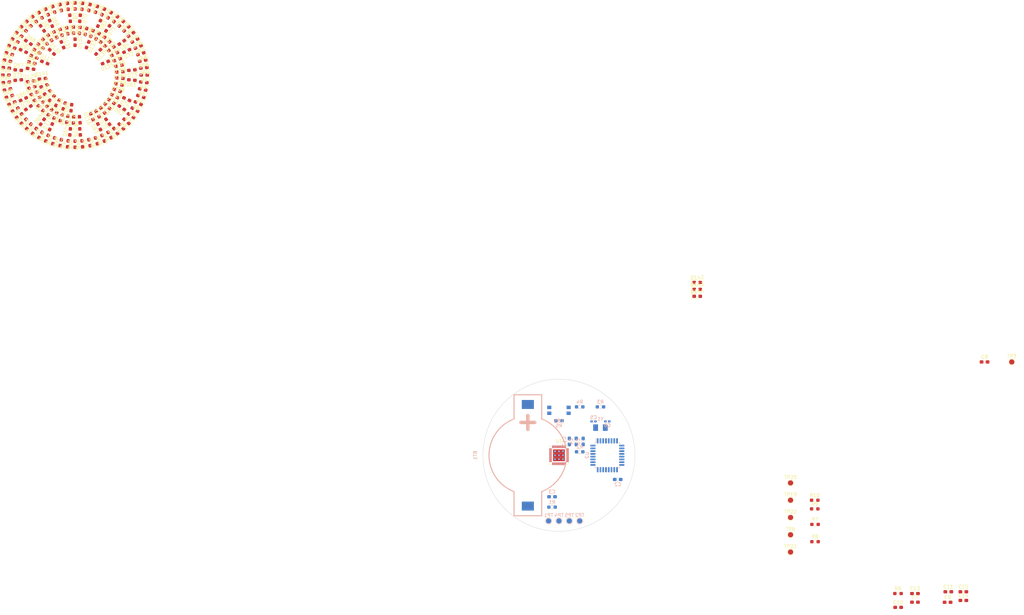
<source format=kicad_pcb>
(kicad_pcb (version 20211014) (generator pcbnew)
  (title_block (title "LED Pocketwatch Hardware") (date "2022-01-01") (rev "1"))
  (layers (0 "F.Cu" signal) (31 "B.Cu" signal) (34 "B.Paste" user) (35 "F.Paste" user) (36 "B.SilkS" user "B.Silkscreen") (37 "F.SilkS" user "F.Silkscreen") (38 "B.Mask" user) (39 "F.Mask" user) (44 "Edge.Cuts" user))
  (net 0 "")
  (net 1 "+3V3")
  (net 2 "CA1")
  (net 3 "CA2")
  (net 4 "CA3")
  (net 5 "CA4")
  (net 6 "CA5")
  (net 7 "CA6")
  (net 8 "CA7")
  (net 9 "CA8")
  (net 10 "CA9")
  (net 11 "CB1")
  (net 12 "CB2")
  (net 13 "CB3")
  (net 14 "CB4")
  (net 15 "CB5")
  (net 16 "CB6")
  (net 17 "CB7")
  (net 18 "CB8")
  (net 19 "CB9")
  (net 27 "RESET")
  (net 28 "RCC_OSC32_IN")
  (net 29 "RCC_OSC32_OUT")
  (net 30 "BOOT")
  (net 35 "GND")
  (net 36 "LED_EN")
  (net 37 "I2C_PULLUP")
  (net 38 "I2C_SDA")
  (net 39 "I2C_SCL")
  (net 40 "AUDIO_IN")
  (net 41 "AUDIO_IN_SIGAL")
  (net 42 "BTN_IN")
  (net 43 "SYS_WKUP1")
  (net 44 "C_FILT")
  (net 45 "R_EXT")
  (net 46 "INTB")
  (net 47 "SWDIO")
  (net 48 "SWCLK")
  (footprint "LED_SMD:LED_0603_1608Metric_Pad1.05x0.95mm_HandSolder" (layer "F.Cu") (at -7.269507 10.777488 56)
    (fp_text reference "D123" (at 0 -1.43 56) (layer "F.SilkS"))
    (fp_text value "LED")
    (pad "1" smd roundrect locked (at -0.875 0 56) (size 1.05 0.95) (layers "F.Cu" "F.Paste" "F.Mask") (net 16 "CB6"))
    (pad "2" smd roundrect locked (at 0.875 0 56) (size 1.05 0.95) (layers "F.Cu" "F.Paste" "F.Mask") (net 17 "CB7"))
  )
  (footprint "LED_SMD:LED_0603_1608Metric_Pad1.05x0.95mm_HandSolder" (layer "F.Cu") (at 13.382612 14.862896 132)
    (fp_text reference "D9" (at 0 -1.43 132) (layer "F.SilkS"))
    (fp_text value "LED")
    (pad "1" smd roundrect locked (at -0.875 0 132) (size 1.05 0.95) (layers "F.Cu" "F.Paste" "F.Mask") (net 10 "CA9"))
    (pad "2" smd roundrect locked (at 0.875 0 132) (size 1.05 0.95) (layers "F.Cu" "F.Paste" "F.Mask") (net 2 "CA1"))
  )
  (footprint "Capacitor_SMD:C_0603_1608Metric_Pad1.08x0.95mm_HandSolder" (layer "F.Cu") (at 257 149.49)
    (fp_text reference "C15" (at 0 -1.43) (layer "F.SilkS"))
    (fp_text value "1u n.b.")
    (pad "1" smd roundrect locked (at -0.8625 0) (size 1.075 0.95) (layers "F.Cu" "F.Paste" "F.Mask") (net 1 "+3V3"))
    (pad "2" smd roundrect locked (at 0.8625 0) (size 1.075 0.95) (layers "F.Cu" "F.Paste" "F.Mask") (net 35 "GND"))
  )
  (footprint "LED_SMD:LED_0603_1608Metric_Pad1.05x0.95mm_HandSolder" (layer "F.Cu") (at -6.725883 6.709134 44.92857143)
    (fp_text reference "D138" (at 0 -1.43 44.92857143) (layer "F.SilkS"))
    (fp_text value "LED")
    (pad "1" smd roundrect locked (at -0.875 0 44.92857143) (size 1.05 0.95) (layers "F.Cu" "F.Paste" "F.Mask") (net 13 "CB3"))
    (pad "2" smd roundrect locked (at 0.875 0 44.92857143) (size 1.05 0.95) (layers "F.Cu" "F.Paste" "F.Mask") (net 19 "CB9"))
  )
  (footprint "LED_SMD:LED_0603_1608Metric_Pad1.05x0.95mm_HandSolder" (layer "F.Cu") (at -2.257426 12.8025 80)
    (fp_text reference "D120" (at 0 -1.43 80) (layer "F.SilkS"))
    (fp_text value "LED")
    (pad "1" smd roundrect locked (at -0.875 0 80) (size 1.05 0.95) (layers "F.Cu" "F.Paste" "F.Mask") (net 13 "CB3"))
    (pad "2" smd roundrect locked (at 0.875 0 80) (size 1.05 0.95) (layers "F.Cu" "F.Paste" "F.Mask") (net 17 "CB7"))
  )
  (footprint "LED_SMD:LED_0603_1608Metric_Pad1.05x0.95mm_HandSolder" (layer "F.Cu") (at -16.437212 -1.438069 -5)
    (fp_text reference "D67" (at 0 -1.43 -5) (layer "F.SilkS"))
    (fp_text value "LED")
    (pad "1" smd roundrect locked (at -0.875 0 355) (size 1.05 0.95) (layers "F.Cu" "F.Paste" "F.Mask") (net 5 "CA4"))
    (pad "2" smd roundrect locked (at 0.875 0 355) (size 1.05 0.95) (layers "F.Cu" "F.Paste" "F.Mask") (net 10 "CA9"))
  )
  (footprint "LED_SMD:LED_0603_1608Metric_Pad1.05x0.95mm_HandSolder" (layer "F.Cu") (at 6.973201 14.954078 115)
    (fp_text reference "D63" (at 0 -1.43 115) (layer "F.SilkS"))
    (fp_text value "LED")
    (pad "1" smd roundrect locked (at -0.875 0 115) (size 1.05 0.95) (layers "F.Cu" "F.Paste" "F.Mask") (net 10 "CA9"))
    (pad "2" smd roundrect locked (at 0.875 0 115) (size 1.05 0.95) (layers "F.Cu" "F.Paste" "F.Mask") (net 8 "CA7"))
  )
  (footprint "LED_SMD:LED_0603_1608Metric_Pad1.05x0.95mm_HandSolder" (layer "F.Cu") (at 12.715918 -2.702851 -168)
    (fp_text reference "D106" (at 0 -1.43 -168) (layer "F.SilkS"))
    (fp_text value "LED")
    (pad "1" smd roundrect locked (at -0.875 0 192) (size 1.05 0.95) (layers "F.Cu" "F.Paste" "F.Mask") (net 17 "CB7"))
    (pad "2" smd roundrect locked (at 0.875 0 192) (size 1.05 0.95) (layers "F.Cu" "F.Paste" "F.Mask") (net 14 "CB4"))
  )
  (footprint "LED_SMD:LED_0603_1608Metric_Pad1.05x0.95mm_HandSolder" (layer "F.Cu") (at 14.954078 6.973201 155)
    (fp_text reference "D74" (at 0 -1.43 155) (layer "F.SilkS"))
    (fp_text value "LED")
    (pad "1" smd roundrect locked (at -0.875 0 155) (size 1.05 0.95) (layers "F.Cu" "F.Paste" "F.Mask") (net 12 "CB2"))
    (pad "2" smd roundrect locked (at 0.875 0 155) (size 1.05 0.95) (layers "F.Cu" "F.Paste" "F.Mask") (net 11 "CB1"))
  )
  (footprint "LED_SMD:LED_0603_1608Metric_Pad1.05x0.95mm_HandSolder" (layer "F.Cu") (at 6.180339 -19.02113 -108)
    (fp_text reference "D49" (at 0 -1.43 -108) (layer "F.SilkS"))
    (fp_text value "LED")
    (pad "1" smd roundrect locked (at -0.875 0 252) (size 1.05 0.95) (layers "F.Cu" "F.Paste" "F.Mask") (net 5 "CA4"))
    (pad "2" smd roundrect locked (at 0.875 0 252) (size 1.05 0.95) (layers "F.Cu" "F.Paste" "F.Mask") (net 8 "CA7"))
  )
  (footprint "LED_SMD:LED_0603_1608Metric_Pad1.05x0.95mm_HandSolder" (layer "F.Cu") (at 4.869885 12.05339 112)
    (fp_text reference "D116" (at 0 -1.43 112) (layer "F.SilkS"))
    (fp_text value "LED")
    (pad "1" smd roundrect locked (at -0.875 0 112) (size 1.05 0.95) (layers "F.Cu" "F.Paste" "F.Mask") (net 18 "CB8"))
    (pad "2" smd roundrect locked (at 0.875 0 112) (size 1.05 0.95) (layers "F.Cu" "F.Paste" "F.Mask") (net 15 "CB5"))
  )
  (footprint "LED_SMD:LED_0603_1608Metric_Pad1.05x0.95mm_HandSolder" (layer "F.Cu") (at -14.862896 13.382612 42)
    (fp_text reference "D24" (at 0 -1.43 42) (layer "F.SilkS"))
    (fp_text value "LED")
    (pad "1" smd roundrect locked (at -0.875 0 42) (size 1.05 0.95) (layers "F.Cu" "F.Paste" "F.Mask") (net 7 "CA6"))
    (pad "2" smd roundrect locked (at 0.875 0 42) (size 1.05 0.95) (layers "F.Cu" "F.Paste" "F.Mask") (net 4 "CA3"))
  )
  (footprint "LED_SMD:LED_0603_1608Metric_Pad1.05x0.95mm_HandSolder" (layer "F.Cu") (at -11.024625 6.88895 32)
    (fp_text reference "D126" (at 0 -1.43 32) (layer "F.SilkS"))
    (fp_text value "LED")
    (pad "1" smd roundrect locked (at -0.875 0 32) (size 1.05 0.95) (layers "F.Cu" "F.Paste" "F.Mask") (net 19 "CB9"))
    (pad "2" smd roundrect locked (at 0.875 0 32) (size 1.05 0.95) (layers "F.Cu" "F.Paste" "F.Mask") (net 16 "CB6"))
  )
  (footprint "LED_SMD:LED_0603_1608Metric_Pad1.05x0.95mm_HandSolder" (layer "F.Cu") (at 18.270909 8.134732 156)
    (fp_text reference "D5" (at 0 -1.43 156) (layer "F.SilkS"))
    (fp_text value "LED")
    (pad "1" smd roundrect locked (at -0.875 0 156) (size 1.05 0.95) (layers "F.Cu" "F.Paste" "F.Mask") (net 6 "CA5"))
    (pad "2" smd roundrect locked (at 0.875 0 156) (size 1.05 0.95) (layers "F.Cu" "F.Paste" "F.Mask") (net 2 "CA1"))
  )
  (footprint "LED_SMD:LED_0603_1608Metric_Pad1.05x0.95mm_HandSolder" (layer "F.Cu") (at -12.496402 -3.583285 -16)
    (fp_text reference "D87" (at 0 -1.43 -16) (layer "F.SilkS"))
    (fp_text value "LED")
    (pad "1" smd roundrect locked (at -0.875 0 344) (size 1.05 0.95) (layers "F.Cu" "F.Paste" "F.Mask") (net 16 "CB6"))
    (pad "2" smd roundrect locked (at 0.875 0 344) (size 1.05 0.95) (layers "F.Cu" "F.Paste" "F.Mask") (net 12 "CB2"))
  )
  (footprint "LED_SMD:LED_0603_1608Metric_Pad1.05x0.95mm_HandSolder" (layer "F.Cu") (at -3.635492 -8.776855 -67.5)
    (fp_text reference "D131" (at 0 -1.43 -67.5) (layer "F.SilkS"))
    (fp_text value "LED")
    (pad "1" smd roundrect locked (at -0.875 0 292.5) (size 1.05 0.95) (layers "F.Cu" "F.Paste" "F.Mask") (net 15 "CB5"))
    (pad "2" smd roundrect locked (at 0.875 0 292.5) (size 1.05 0.95) (layers "F.Cu" "F.Paste" "F.Mask") (net 18 "CB8"))
  )
  (footprint "LED_SMD:LED_0603_1608Metric_Pad1.05x0.95mm_HandSolder" (layer "F.Cu") (at 1.35887 12.928784 96)
    (fp_text reference "D118" (at 0 -1.43 96) (layer "F.SilkS"))
    (fp_text value "LED")
    (pad "1" smd roundrect locked (at -0.875 0 96) (size 1.05 0.95) (layers "F.Cu" "F.Paste" "F.Mask") (net 11 "CB1"))
    (pad "2" smd roundrect locked (at 0.875 0 96) (size 1.05 0.95) (layers "F.Cu" "F.Paste" "F.Mask") (net 17 "CB7"))
  )
  (footprint "LED_SMD:LED_0603_1608Metric_Pad1.05x0.95mm_HandSolder" (layer "F.Cu") (at 8.776855 -3.635492 -157.5)
    (fp_text reference "D135" (at 0 -1.43 -157.5) (layer "F.SilkS"))
    (fp_text value "LED")
    (pad "1" smd roundrect locked (at -0.875 0 202.5) (size 1.05 0.95) (layers "F.Cu" "F.Paste" "F.Mask") (net 19 "CB9"))
    (pad "2" smd roundrect locked (at 0.875 0 202.5) (size 1.05 0.95) (layers "F.Cu" "F.Paste" "F.Mask") (net 17 "CB7"))
  )
  (footprint "LED_SMD:LED_0603_1608Metric_Pad1.05x0.95mm_HandSolder" (layer "F.Cu") (at -8.776855 -3.635492 -22.5)
    (fp_text reference "D117" (at 0 -1.43 -22.5) (layer "F.SilkS"))
    (fp_text value "LED")
    (pad "1" smd roundrect locked (at -0.875 0 337.5) (size 1.05 0.95) (layers "F.Cu" "F.Paste" "F.Mask") (net 19 "CB9"))
    (pad "2" smd roundrect locked (at 0.875 0 337.5) (size 1.05 0.95) (layers "F.Cu" "F.Paste" "F.Mask") (net 15 "CB5"))
  )
  (footprint "LED_SMD:LED_0603_1608Metric_Pad1.05x0.95mm_HandSolder" (layer "F.Cu") (at 19.890437 -2.090569 -174)
    (fp_text reference "D60" (at 0 -1.43 -174) (layer "F.SilkS"))
    (fp_text value "LED")
    (pad "1" smd roundrect locked (at -0.875 0 186) (size 1.05 0.95) (layers "F.Cu" "F.Paste" "F.Mask") (net 7 "CA6"))
    (pad "2" smd roundrect locked (at 0.875 0 186) (size 1.05 0.95) (layers "F.Cu" "F.Paste" "F.Mask") (net 9 "CA8"))
  )
  (footprint "LED_SMD:LED_0603_1608Metric_Pad1.05x0.95mm_HandSolder" (layer "F.Cu") (at 3.635492 -8.776855 -112.5)
    (fp_text reference "D133" (at 0 -1.43 -112.5) (layer "F.SilkS"))
    (fp_text value "LED")
    (pad "1" smd roundrect locked (at -0.875 0 247.5) (size 1.05 0.95) (layers "F.Cu" "F.Paste" "F.Mask") (net 17 "CB7"))
    (pad "2" smd roundrect locked (at 0.875 0 247.5) (size 1.05 0.95) (layers "F.Cu" "F.Paste" "F.Mask") (net 18 "CB8"))
  )
  (footprint "Resistor_SMD:R_0603_1608Metric_Pad0.98x0.95mm_HandSolder" (layer "F.Cu") (at 214.0875 135)
    (fp_text reference "R8" (at 0 -1.43) (layer "F.SilkS"))
    (fp_text value "100k")
    (pad "1" smd roundrect locked (at -0.9125 0) (size 0.975 0.95) (layers "F.Cu" "F.Paste" "F.Mask") (net 36 "LED_EN"))
    (pad "2" smd roundrect locked (at 0.9125 0) (size 0.975 0.95) (layers "F.Cu" "F.Paste" "F.Mask") (net 35 "GND"))
  )
  (footprint "LED_SMD:LED_0603_1608Metric_Pad1.05x0.95mm_HandSolder" (layer "F.Cu") (at -13.516008 9.464011 35)
    (fp_text reference "D78" (at 0 -1.43 35) (layer "F.SilkS"))
    (fp_text value "LED")
    (pad "1" smd roundrect locked (at -0.875 0 35) (size 1.05 0.95) (layers "F.Cu" "F.Paste" "F.Mask") (net 16 "CB6"))
    (pad "2" smd roundrect locked (at 0.875 0 35) (size 1.05 0.95) (layers "F.Cu" "F.Paste" "F.Mask") (net 11 "CB1"))
  )
  (footprint "LED_SMD:LED_0603_1608Metric_Pad1.05x0.95mm_HandSolder" (layer "F.Cu") (at 19.02113 6.180339 162)
    (fp_text reference "D4" (at 0 -1.43 162) (layer "F.SilkS"))
    (fp_text value "LED")
    (pad "1" smd roundrect locked (at -0.875 0 162) (size 1.05 0.95) (layers "F.Cu" "F.Paste" "F.Mask") (net 5 "CA4"))
    (pad "2" smd roundrect locked (at 0.875 0 162) (size 1.05 0.95) (layers "F.Cu" "F.Paste" "F.Mask") (net 2 "CA1"))
  )
  (footprint "LED_SMD:LED_0603_1608Metric_Pad1.05x0.95mm_HandSolder" (layer "F.Cu") (at 6.717514 -6.717514 -135)
    (fp_text reference "D134" (at 0 -1.43 -135) (layer "F.SilkS"))
    (fp_text value "LED")
    (pad "1" smd roundrect locked (at -0.875 0 225) (size 1.05 0.95) (layers "F.Cu" "F.Paste" "F.Mask") (net 18 "CB8"))
    (pad "2" smd roundrect locked (at 0.875 0 225) (size 1.05 0.95) (layers "F.Cu" "F.Paste" "F.Mask") (net 17 "CB7"))
  )
  (footprint "TestPoint:TestPoint_Pad_D1.5mm" (layer "F.Cu") (at 207 128)
    (fp_text reference "TP22" (at 0 -1.648) (layer "F.SilkS"))
    (fp_text value "TestPoint")
    (pad "1" smd circle locked (at 0 0) (size 1.5 1.5) (layers "F.Cu" "F.Mask") (net 36 "LED_EN"))
  )
  (footprint "LED_SMD:LED_0603_1608Metric_Pad1.05x0.95mm_HandSolder" (layer "F.Cu") (at 4.158233 -19.562952 -102)
    (fp_text reference "D48" (at 0 -1.43 -102) (layer "F.SilkS"))
    (fp_text value "LED")
    (pad "1" smd roundrect locked (at -0.875 0 258) (size 1.05 0.95) (layers "F.Cu" "F.Paste" "F.Mask") (net 4 "CA3"))
    (pad "2" smd roundrect locked (at 0.875 0 258) (size 1.05 0.95) (layers "F.Cu" "F.Paste" "F.Mask") (net 8 "CA7"))
  )
  (footprint "LED_SMD:LED_0603_1608Metric_Pad1.05x0.95mm_HandSolder" (layer "F.Cu") (at 8.134732 -18.270909 -114)
    (fp_text reference "D50" (at 0 -1.43 -114) (layer "F.SilkS"))
    (fp_text value "LED")
    (pad "1" smd roundrect locked (at -0.875 0 246) (size 1.05 0.95) (layers "F.Cu" "F.Paste" "F.Mask") (net 6 "CA5"))
    (pad "2" smd roundrect locked (at 0.875 0 246) (size 1.05 0.95) (layers "F.Cu" "F.Paste" "F.Mask") (net 8 "CA7"))
  )
  (footprint "LED_SMD:LED_0603_1608Metric_Pad1.05x0.95mm_HandSolder" (layer "F.Cu") (at -16.437212 1.438069 5)
    (fp_text reference "D79" (at 0 -1.43 5) (layer "F.SilkS"))
    (fp_text value "LED")
    (pad "1" smd roundrect locked (at -0.875 0 5) (size 1.05 0.95) (layers "F.Cu" "F.Paste" "F.Mask") (net 17 "CB7"))
    (pad "2" smd roundrect locked (at 0.875 0 5) (size 1.05 0.95) (layers "F.Cu" "F.Paste" "F.Mask") (net 11 "CB1"))
  )
  (footprint "LED_SMD:LED_0603_1608Metric_Pad1.05x0.95mm_HandSolder" (layer "F.Cu") (at 11.478318 6.10313 152)
    (fp_text reference "D111" (at 0 -1.43 152) (layer "F.SilkS"))
    (fp_text value "LED")
    (pad "1" smd roundrect locked (at -0.875 0 152) (size 1.05 0.95) (layers "F.Cu" "F.Paste" "F.Mask") (net 13 "CB3"))
    (pad "2" smd roundrect locked (at 0.875 0 152) (size 1.05 0.95) (layers "F.Cu" "F.Paste" "F.Mask") (net 16 "CB6"))
  )
  (footprint "LED_SMD:LED_0603_1608Metric_Pad1.05x0.95mm_HandSolder" (layer "F.Cu") (at 16.437212 1.438069 175)
    (fp_text reference "D61" (at 0 -1.43 175) (layer "F.SilkS"))
    (fp_text value "LED")
    (pad "1" smd roundrect locked (at -0.875 0 175) (size 1.05 0.95) (layers "F.Cu" "F.Paste" "F.Mask") (net 8 "CA7"))
    (pad "2" smd roundrect locked (at 0.875 0 175) (size 1.05 0.95) (layers "F.Cu" "F.Paste" "F.Mask") (net 9 "CA8"))
  )
  (footprint "LED_SMD:LED_0603_1608Metric_Pad1.05x0.95mm_HandSolder" (layer "F.Cu") (at -9.958577 -8.356238 -40)
    (fp_text reference "D90" (at 0 -1.43 -40) (layer "F.SilkS"))
    (fp_text value "LED")
    (pad "1" smd roundrect locked (at -0.875 0 320) (size 1.05 0.95) (layers "F.Cu" "F.Paste" "F.Mask") (net 19 "CB9"))
    (pad "2" smd roundrect locked (at 0.875 0 320) (size 1.05 0.95) (layers "F.Cu" "F.Paste" "F.Mask") (net 12 "CB2"))
  )
  (footprint "LED_SMD:LED_0603_1608Metric_Pad1.05x0.95mm_HandSolder" (layer "F.Cu") (at -19.890437 2.090569 6)
    (fp_text reference "D30" (at 0 -1.43 6) (layer "F.SilkS"))
    (fp_text value "LED")
    (pad "1" smd roundrect locked (at -0.875 0 6) (size 1.05 0.95) (layers "F.Cu" "F.Paste" "F.Mask") (net 4 "CA3"))
    (pad "2" smd roundrect locked (at 0.875 0 6) (size 1.05 0.95) (layers "F.Cu" "F.Paste" "F.Mask") (net 6 "CA5"))
  )
  (footprint "LED_SMD:LED_0603_1608Metric_Pad1.05x0.95mm_HandSolder" (layer "F.Cu") (at -10 -17.320508 -60)
    (fp_text reference "D41" (at 0 -1.43 -60) (layer "F.SilkS"))
    (fp_text value "LED")
    (pad "1" smd roundrect locked (at -0.875 0 300) (size 1.05 0.95) (layers "F.Cu" "F.Paste" "F.Mask") (net 6 "CA5"))
    (pad "2" smd roundrect locked (at 0.875 0 300) (size 1.05 0.95) (layers "F.Cu" "F.Paste" "F.Mask") (net 7 "CA6"))
  )
  (footprint "LED_SMD:LED_0603_1608Metric_Pad1.05x0.95mm_HandSolder" (layer "F.Cu") (at 19.02113 -6.180339 -162)
    (fp_text reference "D58" (at 0 -1.43 -162) (layer "F.SilkS"))
    (fp_text value "LED")
    (pad "1" smd roundrect locked (at -0.875 0 198) (size 1.05 0.95) (layers "F.Cu" "F.Paste" "F.Mask") (net 5 "CA4"))
    (pad "2" smd roundrect locked (at 0.875 0 198) (size 1.05 0.95) (layers "F.Cu" "F.Paste" "F.Mask") (net 9 "CA8"))
  )
  (footprint "LED_SMD:LED_0603_1608Metric_Pad1.05x0.95mm_HandSolder" (layer "F.Cu") (at -19.890437 -2.090569 -6)
    (fp_text reference "D32" (at 0 -1.43 -6) (layer "F.SilkS"))
    (fp_text value "LED")
    (pad "1" smd roundrect locked (at -0.875 0 354) (size 1.05 0.95) (layers "F.Cu" "F.Paste" "F.Mask") (net 6 "CA5"))
    (pad "2" smd roundrect locked (at 0.875 0 354) (size 1.05 0.95) (layers "F.Cu" "F.Paste" "F.Mask") (net 5 "CA4"))
  )
  (footprint "LED_SMD:LED_0603_1608Metric_Pad1.05x0.95mm_HandSolder" (layer "F.Cu") (at -11.755705 16.180339 54)
    (fp_text reference "D22" (at 0 -1.43 54) (layer "F.SilkS"))
    (fp_text value "LED")
    (pad "1" smd roundrect locked (at -0.875 0 54) (size 1.05 0.95) (layers "F.Cu" "F.Paste" "F.Mask") (net 5 "CA4"))
    (pad "2" smd roundrect locked (at 0.875 0 54) (size 1.05 0.95) (layers "F.Cu" "F.Paste" "F.Mask") (net 4 "CA3"))
  )
  (footprint "LED_SMD:LED_0603_1608Metric_Pad1.05x0.95mm_HandSolder" (layer "F.Cu") (at 14.862896 13.382612 138)
    (fp_text reference "D8" (at 0 -1.43 138) (layer "F.SilkS"))
    (fp_text value "LED")
    (pad "1" smd roundrect locked (at -0.875 0 138) (size 1.05 0.95) (layers "F.Cu" "F.Paste" "F.Mask") (net 9 "CA8"))
    (pad "2" smd roundrect locked (at 0.875 0 138) (size 1.05 0.95) (layers "F.Cu" "F.Paste" "F.Mask") (net 2 "CA1"))
  )
  (footprint "LED_SMD:LED_0603_1608Metric_Pad1.05x0.95mm_HandSolder" (layer "F.Cu") (at -19.02113 -6.180339 -18)
    (fp_text reference "D34" (at 0 -1.43 -18) (layer "F.SilkS"))
    (fp_text value "LED")
    (pad "1" smd roundrect locked (at -0.875 0 342) (size 1.05 0.95) (layers "F.Cu" "F.Paste" "F.Mask") (net 8 "CA7"))
    (pad "2" smd roundrect locked (at 0.875 0 342) (size 1.05 0.95) (layers "F.Cu" "F.Paste" "F.Mask") (net 5 "CA4"))
  )
  (footprint "LED_SMD:LED_0603_1608Metric_Pad1.05x0.95mm_HandSolder" (layer "F.Cu") (at 13.382612 -14.862896 -132)
    (fp_text reference "D53" (at 0 -1.43 -132) (layer "F.SilkS"))
    (fp_text value "LED")
    (pad "1" smd roundrect locked (at -0.875 0 228) (size 1.05 0.95) (layers "F.Cu" "F.Paste" "F.Mask") (net 9 "CA8"))
    (pad "2" smd roundrect locked (at 0.875 0 228) (size 1.05 0.95) (layers "F.Cu" "F.Paste" "F.Mask") (net 7 "CA6"))
  )
  (footprint "LED_SMD:LED_0603_1608Metric_Pad1.05x0.95mm_HandSolder" (layer "F.Cu") (at -4.01722 12.363734 72)
    (fp_text reference "D121" (at 0 -1.43 72) (layer "F.SilkS"))
    (fp_text value "LED")
    (pad "1" smd roundrect locked (at -0.875 0 72) (size 1.05 0.95) (layers "F.Cu" "F.Paste" "F.Mask") (net 14 "CB4"))
    (pad "2" smd roundrect locked (at 0.875 0 72) (size 1.05 0.95) (layers "F.Cu" "F.Paste" "F.Mask") (net 17 "CB7"))
  )
  (footprint "LED_SMD:LED_0603_1608Metric_Pad1.05x0.95mm_HandSolder" (layer "F.Cu") (at -17.320508 -9.999999 -30)
    (fp_text reference "D36" (at 0 -1.43 -30) (layer "F.SilkS"))
    (fp_text value "LED")
    (pad "1" smd roundrect locked (at -0.875 0 330) (size 1.05 0.95) (layers "F.Cu" "F.Paste" "F.Mask") (net 10 "CA9"))
    (pad "2" smd roundrect locked (at 0.875 0 330) (size 1.05 0.95) (layers "F.Cu" "F.Paste" "F.Mask") (net 5 "CA4"))
  )
  (footprint "LED_SMD:LED_0603_1608Metric_Pad1.05x0.95mm_HandSolder" (layer "F.Cu") (at 19.562952 4.158233 168)
    (fp_text reference "D3" (at 0 -1.43 168) (layer "F.SilkS"))
    (fp_text value "LED")
    (pad "1" smd roundrect locked (at -0.875 0 168) (size 1.05 0.95) (layers "F.Cu" "F.Paste" "F.Mask") (net 4 "CA3"))
    (pad "2" smd roundrect locked (at 0.875 0 168) (size 1.05 0.95) (layers "F.Cu" "F.Paste" "F.Mask") (net 2 "CA1"))
  )
  (footprint "LED_SMD:LED_0603_1608Metric_Pad1.05x0.95mm_HandSolder" (layer "F.Cu") (at -19.562952 -4.158233 -12)
    (fp_text reference "D33" (at 0 -1.43 -12) (layer "F.SilkS"))
    (fp_text value "LED")
    (pad "1" smd roundrect locked (at -0.875 0 348) (size 1.05 0.95) (layers "F.Cu" "F.Paste" "F.Mask") (net 7 "CA6"))
    (pad "2" smd roundrect locked (at 0.875 0 348) (size 1.05 0.95) (layers "F.Cu" "F.Paste" "F.Mask") (net 5 "CA4"))
  )
  (footprint "LED_SMD:LED_0603_1608Metric_Pad1.05x0.95mm_HandSolder" (layer "F.Cu") (at 10 17.320508 120)
    (fp_text reference "D11" (at 0 -1.43 120) (layer "F.SilkS"))
    (fp_text value "LED")
    (pad "1" smd roundrect locked (at -0.875 0 120) (size 1.05 0.95) (layers "F.Cu" "F.Paste" "F.Mask") (net 3 "CA2"))
    (pad "2" smd roundrect locked (at 0.875 0 120) (size 1.05 0.95) (layers "F.Cu" "F.Paste" "F.Mask") (net 4 "CA3"))
  )
  (footprint "LED_SMD:LED_0603_1608Metric_Pad1.05x0.95mm_HandSolder" (layer "F.Cu") (at -1.438069 16.437212 85)
    (fp_text reference "D64" (at 0 -1.43 85) (layer "F.SilkS"))
    (fp_text value "LED")
    (pad "1" smd roundrect locked (at -0.875 0 85) (size 1.05 0.95) (layers "F.Cu" "F.Paste" "F.Mask") (net 2 "CA1"))
    (pad "2" smd roundrect locked (at 0.875 0 85) (size 1.05 0.95) (layers "F.Cu" "F.Paste" "F.Mask") (net 10 "CA9"))
  )
  (footprint "LED_SMD:LED_0603_1608Metric_Pad1.05x0.95mm_HandSolder" (layer "F.Cu") (at -17.320508 10 30)
    (fp_text reference "D26" (at 0 -1.43 30) (layer "F.SilkS"))
    (fp_text value "LED")
    (pad "1" smd roundrect locked (at -0.875 0 30) (size 1.05 0.95) (layers "F.Cu" "F.Paste" "F.Mask") (net 9 "CA8"))
    (pad "2" smd roundrect locked (at 0.875 0 30) (size 1.05 0.95) (layers "F.Cu" "F.Paste" "F.Mask") (net 4 "CA3"))
  )
  (footprint "LED_SMD:LED_0603_1608Metric_Pad1.05x0.95mm_HandSolder" (layer "F.Cu") (at 1.35887 -12.928784 -96)
    (fp_text reference "D97" (at 0 -1.43 -96) (layer "F.SilkS"))
    (fp_text value "LED")
    (pad "1" smd roundrect locked (at -0.875 0 264) (size 1.05 0.95) (layers "F.Cu" "F.Paste" "F.Mask") (net 17 "CB7"))
    (pad "2" smd roundrect locked (at 0.875 0 264) (size 1.05 0.95) (layers "F.Cu" "F.Paste" "F.Mask") (net 13 "CB3"))
  )
  (footprint "LED_SMD:LED_0603_1608Metric_Pad1.05x0.95mm_HandSolder" (layer "F.Cu") (at 2.090569 -19.890437 -96)
    (fp_text reference "D47" (at 0 -1.43 -96) (layer "F.SilkS"))
    (fp_text value "LED")
    (pad "1" smd roundrect locked (at -0.875 0 264) (size 1.05 0.95) (layers "F.Cu" "F.Paste" "F.Mask") (net 3 "CA2"))
    (pad "2" smd roundrect locked (at 0.875 0 264) (size 1.05 0.95) (layers "F.Cu" "F.Paste" "F.Mask") (net 8 "CA7"))
  )
  (footprint "LED_SMD:LED_0603_1608Metric_Pad1.05x0.95mm_HandSolder" (layer "F.Cu") (at -18.270909 -8.134732 -24)
    (fp_text reference "D35" (at 0 -1.43 -24) (layer "F.SilkS"))
    (fp_text value "LED")
    (pad "1" smd roundrect locked (at -0.875 0 336) (size 1.05 0.95) (layers "F.Cu" "F.Paste" "F.Mask") (net 9 "CA8"))
    (pad "2" smd roundrect locked (at 0.875 0 336) (size 1.05 0.95) (layers "F.Cu" "F.Paste" "F.Mask") (net 5 "CA4"))
  )
  (footprint "LED_SMD:LED_0603_1608Metric_Pad1.05x0.95mm_HandSolder" (layer "F.Cu") (at 13.516008 -9.464011 -145)
    (fp_text reference "D84" (at 0 -1.43 -145) (layer "F.SilkS"))
    (fp_text value "LED")
    (pad "1" smd roundrect locked (at -0.875 0 215) (size 1.05 0.95) (layers "F.Cu" "F.Paste" "F.Mask") (net 13 "CB3"))
    (pad "2" smd roundrect locked (at 0.875 0 215) (size 1.05 0.95) (layers "F.Cu" "F.Paste" "F.Mask") (net 12 "CB2"))
  )
  (footprint "LED_SMD:LED_0603_1608Metric_Pad1.05x0.95mm_HandSolder" (layer "F.Cu") (at -16.180339 11.755705 36)
    (fp_text reference "D25" (at 0 -1.43 36) (layer "F.SilkS"))
    (fp_text value "LED")
    (pad "1" smd roundrect locked (at -0.875 0 36) (size 1.05 0.95) (layers "F.Cu" "F.Paste" "F.Mask") (net 8 "CA7"))
    (pad "2" smd roundrect locked (at 0.875 0 36) (size 1.05 0.95) (layers "F.Cu" "F.Paste" "F.Mask") (net 4 "CA3"))
  )
  (footprint "LED_SMD:LED_0603_1608Metric_Pad1.05x0.95mm_HandSolder" (layer "F.Cu") (at 0 -9.5 -90)
    (fp_text reference "D132" (at 0 -1.43 -90) (layer "F.SilkS"))
    (fp_text value "LED")
    (pad "1" smd roundrect locked (at -0.875 0 270) (size 1.05 0.95) (layers "F.Cu" "F.Paste" "F.Mask") (net 16 "CB6"))
    (pad "2" smd roundrect locked (at 0.875 0 270) (size 1.05 0.95) (layers "F.Cu" "F.Paste" "F.Mask") (net 18 "CB8"))
  )
  (footprint "LED_SMD:LED_0603_1608Metric_Pad1.05x0.95mm_HandSolder" (layer "F.Cu") (at 17.320508 9.999999 150)
    (fp_text reference "D6" (at 0 -1.43 150) (layer "F.SilkS"))
    (fp_text value "LED")
    (pad "1" smd roundrect locked (at -0.875 0 150) (size 1.05 0.95) (layers "F.Cu" "F.Paste" "F.Mask") (net 7 "CA6"))
    (pad "2" smd roundrect locked (at 0.875 0 150) (size 1.05 0.95) (layers "F.Cu" "F.Paste" "F.Mask") (net 2 "CA1"))
  )
  (footprint "LED_SMD:LED_0603_1608Metric_Pad1.05x0.95mm_HandSolder" (layer "F.Cu") (at 11.755705 -16.180339 -126)
    (fp_text reference "D52" (at 0 -1.43 -126) (layer "F.SilkS"))
    (fp_text value "LED")
    (pad "1" smd roundrect locked (at -0.875 0 234) (size 1.05 0.95) (layers "F.Cu" "F.Paste" "F.Mask") (net 8 "CA7"))
    (pad "2" smd roundrect locked (at 0.875 0 234) (size 1.05 0.95) (layers "F.Cu" "F.Paste" "F.Mask") (net 7 "CA6"))
  )
  (footprint "LED_SMD:LED_0603_1608Metric_Pad1.05x0.95mm_HandSolder" (layer "F.Cu") (at 11.755705 16.180339 126)
    (fp_text reference "D10" (at 0 -1.43 126) (layer "F.SilkS"))
    (fp_text value "LED")
    (pad "1" smd roundrect locked (at -0.875 0 126) (size 1.05 0.95) (layers "F.Cu" "F.Paste" "F.Mask") (net 2 "CA1"))
    (pad "2" smd roundrect locked (at 0.875 0 126) (size 1.05 0.95) (layers "F.Cu" "F.Paste" "F.Mask") (net 4 "CA3"))
  )
  (footprint "LED_SMD:LED_0603_1608Metric_Pad1.05x0.95mm_HandSolder" (layer "F.Cu") (at -0.453693 -12.99208 -88)
    (fp_text reference "D96" (at 0 -1.43 -88) (layer "F.SilkS"))
    (fp_text value "LED")
    (pad "1" smd roundrect locked (at -0.875 0 272) (size 1.05 0.95) (layers "F.Cu" "F.Paste" "F.Mask") (net 16 "CB6"))
    (pad "2" smd roundrect locked (at 0.875 0 272) (size 1.05 0.95) (layers "F.Cu" "F.Paste" "F.Mask") (net 13 "CB3"))
  )
  (footprint "LED_SMD:LED_0603_1608Metric_Pad1.05x0.95mm_HandSolder" (layer "F.Cu") (at 8.134732 18.270909 114)
    (fp_text reference "D12" (at 0 -1.43 114) (layer "F.SilkS"))
    (fp_text value "LED")
    (pad "1" smd roundrect locked (at -0.875 0 114) (size 1.05 0.95) (layers "F.Cu" "F.Paste" "F.Mask") (net 4 "CA3"))
    (pad "2" smd roundrect locked (at 0.875 0 114) (size 1.05 0.95) (layers "F.Cu" "F.Paste" "F.Mask") (net 3 "CA2"))
  )
  (footprint "LED_SMD:LED_0603_1608Metric_Pad1.05x0.95mm_HandSolder" (layer "F.Cu") (at -5.064328 8.037572 57.78571429)
    (fp_text reference "D137" (at 0 -1.43 57.78571429) (layer "F.SilkS"))
    (fp_text value "LED")
    (pad "1" smd roundrect locked (at -0.875 0 57.78571429) (size 1.05 0.95) (layers "F.Cu" "F.Paste" "F.Mask") (net 12 "CB2"))
    (pad "2" smd roundrect locked (at 0.875 0 57.78571429) (size 1.05 0.95) (layers "F.Cu" "F.Paste" "F.Mask") (net 19 "CB9"))
  )
  (footprint "LED_SMD:LED_0603_1608Metric_Pad1.05x0.95mm_HandSolder" (layer "F.Cu") (at 19.562952 -4.158233 -168)
    (fp_text reference "D59" (at 0 -1.43 -168) (layer "F.SilkS"))
    (fp_text value "LED")
    (pad "1" smd roundrect locked (at -0.875 0 192) (size 1.05 0.95) (layers "F.Cu" "F.Paste" "F.Mask") (net 6 "CA5"))
    (pad "2" smd roundrect locked (at 0.875 0 192) (size 1.05 0.95) (layers "F.Cu" "F.Paste" "F.Mask") (net 9 "CA8"))
  )
  (footprint "LED_SMD:LED_0603_1608Metric_Pad1.05x0.95mm_HandSolder" (layer "F.Cu") (at 6.180339 19.02113 108)
    (fp_text reference "D13" (at 0 -1.43 108) (layer "F.SilkS"))
    (fp_text value "LED")
    (pad "1" smd roundrect locked (at -0.875 0 108) (size 1.05 0.95) (layers "F.Cu" "F.Paste" "F.Mask") (net 5 "CA4"))
    (pad "2" smd roundrect locked (at 0.875 0 108) (size 1.05 0.95) (layers "F.Cu" "F.Paste" "F.Mask") (net 3 "CA2"))
  )
  (footprint "LED_SMD:LED_0603_1608Metric_Pad1.05x0.95mm_HandSolder" (layer "F.Cu") (at -8.134732 18.270909 66)
    (fp_text reference "D20" (at 0 -1.43 66) (layer "F.SilkS"))
    (fp_text value "LED")
    (pad "1" smd roundrect locked (at -0.875 0 66) (size 1.05 0.95) (layers "F.Cu" "F.Paste" "F.Mask") (net 3 "CA2"))
    (pad "2" smd roundrect locked (at 0.875 0 66) (size 1.05 0.95) (layers "F.Cu" "F.Paste" "F.Mask") (net 5 "CA4"))
  )
  (footprint "LED_SMD:LED_0603_1608Metric_Pad1.05x0.95mm_HandSolder" (layer "F.Cu") (at -4.158233 19.562952 78)
    (fp_text reference "D18" (at 0 -1.43 78) (layer "F.SilkS"))
    (fp_text value "LED")
    (pad "1" smd roundrect locked (at -0.875 0 78) (size 1.05 0.95) (layers "F.Cu" "F.Paste" "F.Mask") (net 10 "CA9"))
    (pad "2" smd roundrect locked (at 0.875 0 78) (size 1.05 0.95) (layers "F.Cu" "F.Paste" "F.Mask") (net 3 "CA2"))
  )
  (footprint "LED_SMD:LED_0603_1608Metric_Pad1.05x0.95mm_HandSolder" (layer "F.Cu") (at -6.717514 -6.717514 -45)
    (fp_text reference "D130" (at 0 -1.43 -45) (layer "F.SilkS"))
    (fp_text value "LED")
    (pad "1" smd roundrect locked (at -0.875 0 315) (size 1.05 0.95) (layers "F.Cu" "F.Paste" "F.Mask") (net 14 "CB4"))
    (pad "2" smd roundrect locked (at 0.875 0 315) (size 1.05 0.95) (layers "F.Cu" "F.Paste" "F.Mask") (net 18 "CB8"))
  )
  (footprint "LED_SMD:LED_0603_1608Metric_Pad1.05x0.95mm_HandSolder" (layer "F.Cu") (at 12.968332 -0.906834 -176)
    (fp_text reference "D107" (at 0 -1.43 -176) (layer "F.SilkS"))
    (fp_text value "LED")
    (pad "1" smd roundrect locked (at -0.875 0 184) (size 1.05 0.95) (layers "F.Cu" "F.Paste" "F.Mask") (net 18 "CB8"))
    (pad "2" smd roundrect locked (at 0.875 0 184) (size 1.05 0.95) (layers "F.Cu" "F.Paste" "F.Mask") (net 14 "CB4"))
  )
  (footprint "LED_SMD:LED_0603_1608Metric_Pad1.05x0.95mm_HandSolder" (layer "F.Cu") (at -12.873484 -1.80925 -8)
    (fp_text reference "D86" (at 0 -1.43 -8) (layer "F.SilkS"))
    (fp_text value "LED")
    (pad "1" smd roundrect locked (at -0.875 0 352) (size 1.05 0.95) (layers "F.Cu" "F.Paste" "F.Mask") (net 15 "CB5"))
    (pad "2" smd roundrect locked (at 0.875 0 352) (size 1.05 0.95) (layers "F.Cu" "F.Paste" "F.Mask") (net 12 "CB2"))
  )
  (footprint "LED_SMD:LED_0603_1608Metric_Pad1.05x0.95mm_HandSolder" (layer "F.Cu") (at 10.51722 -7.641208 -144)
    (fp_text reference "D103" (at 0 -1.43 -144) (layer "F.SilkS"))
    (fp_text value "LED")
    (pad "1" smd roundrect locked (at -0.875 0 216) (size 1.05 0.95) (layers "F.Cu" "F.Paste" "F.Mask") (net 14 "CB4"))
    (pad "2" smd roundrect locked (at 0.875 0 216) (size 1.05 0.95) (layers "F.Cu" "F.Paste" "F.Mask") (net 15 "CB5"))
  )
  (footprint "LED_SMD:LED_0603_1608Metric_Pad1.05x0.95mm_HandSolder" (layer "F.Cu") (at 16.180339 11.755705 144)
    (fp_text reference "D7" (at 0 -1.43 144) (layer "F.SilkS"))
    (fp_text value "LED")
    (pad "1" smd roundrect locked (at -0.875 0 144) (size 1.05 0.95) (layers "F.Cu" "F.Paste" "F.Mask") (net 8 "CA7"))
    (pad "2" smd roundrect locked (at 0.875 0 144) (size 1.05 0.95) (layers "F.Cu" "F.Paste" "F.Mask") (net 2 "CA1"))
  )
  (footprint "LED_SMD:LED_0603_1608Metric_Pad1.05x0.95mm_HandSolder" (layer "F.Cu") (at -8.698697 9.660882 48)
    (fp_text reference "D124" (at 0 -1.43 48) (layer "F.SilkS"))
    (fp_text value "LED")
    (pad "1" smd roundrect locked (at -0.875 0 48) (size 1.05 0.95) (layers "F.Cu" "F.Paste" "F.Mask") (net 17 "CB7"))
    (pad "2" smd roundrect locked (at 0.875 0 48) (size 1.05 0.95) (layers "F.Cu" "F.Paste" "F.Mask") (net 16 "CB6"))
  )
  (footprint "LED_SMD:LED_0603_1608Metric_Pad1.05x0.95mm_HandSolder" (layer "F.Cu") (at -2.090569 19.890437 84)
    (fp_text reference "D17" (at 0 -1.43 84) (layer "F.SilkS"))
    (fp_text value "LED")
    (pad "1" smd roundrect locked (at -0.875 0 84) (size 1.05 0.95) (layers "F.Cu" "F.Paste" "F.Mask") (net 9 "CA8"))
    (pad "2" smd roundrect locked (at 0.875 0 84) (size 1.05 0.95) (layers "F.Cu" "F.Paste" "F.Mask") (net 3 "CA2"))
  )
  (footprint "LED_SMD:LED_0603_1608Metric_Pad1.05x0.95mm_HandSolder" (layer "F.Cu") (at 17.320508 -10 -150)
    (fp_text reference "D56" (at 0 -1.43 -150) (layer "F.SilkS"))
    (fp_text value "LED")
    (pad "1" smd roundrect locked (at -0.875 0 210) (size 1.05 0.95) (layers "F.Cu" "F.Paste" "F.Mask") (net 3 "CA2"))
    (pad "2" smd roundrect locked (at 0.875 0 210) (size 1.05 0.95) (layers "F.Cu" "F.Paste" "F.Mask") (net 9 "CA8"))
  )
  (footprint "LED_SMD:LED_0603_1608Metric_Pad1.05x0.95mm_HandSolder" (layer "F.Cu") (at 14.954078 -6.973201 -155)
    (fp_text reference "D72" (at 0 -1.43 -155) (layer "F.SilkS"))
    (fp_text value "LED")
    (pad "1" smd roundrect locked (at -0.875 0 205) (size 1.05 0.95) (layers "F.Cu" "F.Paste" "F.Mask") (net 10 "CA9"))
    (pad "2" smd roundrect locked (at 0.875 0 205) (size 1.05 0.95) (layers "F.Cu" "F.Paste" "F.Mask") (net 9 "CA8"))
  )
  (footprint "LED_SMD:LED_0603_1608Metric_Pad1.05x0.95mm_HandSolder" (layer "F.Cu") (at -14.954078 6.973201 25)
    (fp_text reference "D66" (at 0 -1.43 25) (layer "F.SilkS"))
    (fp_text value "LED")
    (pad "1" smd roundrect locked (at -0.875 0 25) (size 1.05 0.95) (layers "F.Cu" "F.Paste" "F.Mask") (net 4 "CA3"))
    (pad "2" smd roundrect locked (at 0.875 0 25) (size 1.05 0.95) (layers "F.Cu" "F.Paste" "F.Mask") (net 10 "CA9"))
  )
  (footprint "Capacitor_SMD:C_0603_1608Metric_Pad1.08x0.95mm_HandSolder" (layer "F.Cu") (at 252.65 149.49)
    (fp_text reference "C11" (at 0 -1.43) (layer "F.SilkS"))
    (fp_text value "100n n.b.")
    (pad "1" smd roundrect locked (at -0.8625 0) (size 1.075 0.95) (layers "F.Cu" "F.Paste" "F.Mask") (net 1 "+3V3"))
    (pad "2" smd roundrect locked (at 0.8625 0) (size 1.075 0.95) (layers "F.Cu" "F.Paste" "F.Mask") (net 35 "GND"))
  )
  (footprint "Capacitor_SMD:C_0603_1608Metric_Pad1.08x0.95mm_HandSolder" (layer "F.Cu") (at 263.1375 83)
    (fp_text reference "C8" (at 0 -1.43) (layer "F.SilkS"))
    (fp_text value "220n n.b.")
    (pad "1" smd roundrect locked (at -0.8625 0) (size 1.075 0.95) (layers "F.Cu" "F.Paste" "F.Mask") (net 40 "AUDIO_IN"))
    (pad "2" smd roundrect locked (at 0.8625 0) (size 1.075 0.95) (layers "F.Cu" "F.Paste" "F.Mask") (net 41 "AUDIO_IN_SIGAL"))
  )
  (footprint "LED_SMD:LED_0603_1608Metric_Pad1.05x0.95mm_HandSolder" (layer "F.Cu") (at -1.07543 9.438932 83.5)
    (fp_text reference "D85" (at 0 -1.43 83.5) (layer "F.SilkS"))
    (fp_text value "LED")
    (pad "1" smd roundrect locked (at -0.875 0 83.5) (size 1.05 0.95) (layers "F.Cu" "F.Paste" "F.Mask") (net 14 "CB4"))
    (pad "2" smd roundrect locked (at 0.875 0 83.5) (size 1.05 0.95) (layers "F.Cu" "F.Paste" "F.Mask") (net 12 "CB2"))
  )
  (footprint "LED_SMD:LED_0603_1608Metric_Pad1.05x0.95mm_HandSolder" (layer "F.Cu") (at -18.270909 8.134732 24)
    (fp_text reference "D27" (at 0 -1.43 24) (layer "F.SilkS"))
    (fp_text value "LED")
    (pad "1" smd roundrect locked (at -0.875 0 24) (size 1.05 0.95) (layers "F.Cu" "F.Paste" "F.Mask") (net 10 "CA9"))
    (pad "2" smd roundrect locked (at 0.875 0 24) (size 1.05 0.95) (layers "F.Cu" "F.Paste" "F.Mask") (net 4 "CA3"))
  )
  (footprint "Resistor_SMD:R_0603_1608Metric_Pad0.98x0.95mm_HandSolder" (layer "F.Cu") (at 214 125.51)
    (fp_text reference "R9" (at 0 -1.43) (layer "F.SilkS"))
    (fp_text value "10k")
    (pad "1" smd roundrect locked (at -0.9125 0) (size 0.975 0.95) (layers "F.Cu" "F.Paste" "F.Mask") (net 37 "I2C_PULLUP"))
    (pad "2" smd roundrect locked (at 0.9125 0) (size 0.975 0.95) (layers "F.Cu" "F.Paste" "F.Mask") (net 38 "I2C_SDA"))
  )
  (footprint "LED_SMD:LED_0603_1608Metric_Pad1.05x0.95mm_HandSolder" (layer "F.Cu") (at -19.02113 6.180339 18)
    (fp_text reference "D28" (at 0 -1.43 18) (layer "F.SilkS"))
    (fp_text value "LED")
    (pad "1" smd roundrect locked (at -0.875 0 18) (size 1.05 0.95) (layers "F.Cu" "F.Paste" "F.Mask") (net 2 "CA1"))
    (pad "2" smd roundrect locked (at 0.875 0 18) (size 1.05 0.95) (layers "F.Cu" "F.Paste" "F.Mask") (net 6 "CA5"))
  )
  (footprint "LED_SMD:LED_0603_1608Metric_Pad1.05x0.95mm_HandSolder" (layer "F.Cu") (at 12.715918 2.702851 168)
    (fp_text reference "D109" (at 0 -1.43 168) (layer "F.SilkS"))
    (fp_text value "LED")
    (pad "1" smd roundrect locked (at -0.875 0 168) (size 1.05 0.95) (layers "F.Cu" "F.Paste" "F.Mask") (net 11 "CB1"))
    (pad "2" smd roundrect locked (at 0.875 0 168) (size 1.05 0.95) (layers "F.Cu" "F.Paste" "F.Mask") (net 16 "CB6"))
  )
  (footprint "TestPoint:TestPoint_Pad_D1.5mm" (layer "F.Cu") (at 207 133)
    (fp_text reference "TP6" (at 0 -1.648) (layer "F.SilkS"))
    (fp_text value "TestPoint")
    (pad "1" smd circle locked (at 0 0) (size 1.5 1.5) (layers "F.Cu" "F.Mask") (net 46 "INTB"))
  )
  (footprint "LED_SMD:LED_0603_1608Metric_Pad1.05x0.95mm_HandSolder" (layer "F.Cu") (at -11.024625 -6.88895 -32)
    (fp_text reference "D89" (at 0 -1.43 -32) (layer "F.SilkS"))
    (fp_text value "LED")
    (pad "1" smd roundrect locked (at -0.875 0 328) (size 1.05 0.95) (layers "F.Cu" "F.Paste" "F.Mask") (net 18 "CB8"))
    (pad "2" smd roundrect locked (at 0.875 0 328) (size 1.05 0.95) (layers "F.Cu" "F.Paste" "F.Mask") (net 12 "CB2"))
  )
  (footprint "LED_SMD:LED_0603_1608Metric_Pad1.05x0.95mm_HandSolder" (layer "F.Cu") (at -7.269507 -10.777488 -56)
    (fp_text reference "D92" (at 0 -1.43 -56) (layer "F.SilkS"))
    (fp_text value "LED")
    (pad "1" smd roundrect locked (at -0.875 0 304) (size 1.05 0.95) (layers "F.Cu" "F.Paste" "F.Mask") (net 12 "CB2"))
    (pad "2" smd roundrect locked (at 0.875 0 304) (size 1.05 0.95) (layers "F.Cu" "F.Paste" "F.Mask") (net 14 "CB4"))
  )
  (footprint "LED_SMD:LED_0603_1608Metric_Pad1.05x0.95mm_HandSolder" (layer "F.Cu") (at 8.003599 10.244139 128)
    (fp_text reference "D114" (at 0 -1.43 128) (layer "F.SilkS"))
    (fp_text value "LED")
    (pad "1" smd roundrect locked (at -0.875 0 128) (size 1.05 0.95) (layers "F.Cu" "F.Paste" "F.Mask") (net 16 "CB6"))
    (pad "2" smd roundrect locked (at 0.875 0 128) (size 1.05 0.95) (layers "F.Cu" "F.Paste" "F.Mask") (net 15 "CB5"))
  )
  (footprint "TestPoint:TestPoint_Pad_D1.5mm" (layer "F.Cu") (at 271 83)
    (fp_text reference "TP3" (at 0 -1.648) (layer "F.SilkS"))
    (fp_text value "TestPoint")
    (pad "1" smd circle locked (at 0 0) (size 1.5 1.5) (layers "F.Cu" "F.Mask") (net 41 "AUDIO_IN_SIGAL"))
  )
  (footprint "LED_SMD:LED_0603_1608Metric_Pad1.05x0.95mm_HandSolder" (layer "F.Cu") (at -14.954078 -6.973201 -25)
    (fp_text reference "D80" (at 0 -1.43 -25) (layer "F.SilkS"))
    (fp_text value "LED")
    (pad "1" smd roundrect locked (at -0.875 0 335) (size 1.05 0.95) (layers "F.Cu" "F.Paste" "F.Mask") (net 18 "CB8"))
    (pad "2" smd roundrect locked (at 0.875 0 335) (size 1.05 0.95) (layers "F.Cu" "F.Paste" "F.Mask") (net 11 "CB1"))
  )
  (footprint "Capacitor_SMD:C_0603_1608Metric_Pad1.08x0.95mm_HandSolder" (layer "F.Cu") (at 243 152.51)
    (fp_text reference "C7" (at 0 -1.43) (layer "F.SilkS"))
    (fp_text value "100n")
    (pad "1" smd roundrect locked (at -0.8625 0) (size 1.075 0.95) (layers "F.Cu" "F.Paste" "F.Mask") (net 1 "+3V3"))
    (pad "2" smd roundrect locked (at 0.8625 0) (size 1.075 0.95) (layers "F.Cu" "F.Paste" "F.Mask") (net 35 "GND"))
  )
  (footprint "LED_SMD:LED_0603_1608Metric_Pad1.05x0.95mm_HandSolder" (layer "F.Cu") (at 180 62)
    (fp_text reference "D143" (at 0 -1.43) (layer "F.SilkS"))
    (fp_text value "LED")
    (pad "1" smd roundrect locked (at -0.875 0) (size 1.05 0.95) (layers "F.Cu" "F.Paste" "F.Mask") (net 18 "CB8"))
    (pad "2" smd roundrect locked (at 0.875 0) (size 1.05 0.95) (layers "F.Cu" "F.Paste" "F.Mask") (net 19 "CB9"))
  )
  (footprint "LED_SMD:LED_0603_1608Metric_Pad1.05x0.95mm_HandSolder" (layer "F.Cu") (at 9.351417 -9.030558 -136)
    (fp_text reference "D102" (at 0 -1.43 -136) (layer "F.SilkS"))
    (fp_text value "LED")
    (pad "1" smd roundrect locked (at -0.875 0 224) (size 1.05 0.95) (layers "F.Cu" "F.Paste" "F.Mask") (net 13 "CB3"))
    (pad "2" smd roundrect locked (at 0.875 0 224) (size 1.05 0.95) (layers "F.Cu" "F.Paste" "F.Mask") (net 15 "CB5"))
  )
  (footprint "LED_SMD:LED_0603_1608Metric_Pad1.05x0.95mm_HandSolder" (layer "F.Cu") (at 9.999999 -17.320508 -120)
    (fp_text reference "D51" (at 0 -1.43 -120) (layer "F.SilkS"))
    (fp_text value "LED")
    (pad "1" smd roundrect locked (at -0.875 0 240) (size 1.05 0.95) (layers "F.Cu" "F.Paste" "F.Mask") (net 7 "CA6"))
    (pad "2" smd roundrect locked (at 0.875 0 240) (size 1.05 0.95) (layers "F.Cu" "F.Paste" "F.Mask") (net 8 "CA7"))
  )
  (footprint "LED_SMD:LED_0603_1608Metric_Pad1.05x0.95mm_HandSolder" (layer "F.Cu") (at 6.973201 -14.954078 -115)
    (fp_text reference "D83" (at 0 -1.43 -115) (layer "F.SilkS"))
    (fp_text value "LED")
    (pad "1" smd roundrect locked (at -0.875 0 245) (size 1.05 0.95) (layers "F.Cu" "F.Paste" "F.Mask") (net 12 "CB2"))
    (pad "2" smd roundrect locked (at 0.875 0 245) (size 1.05 0.95) (layers "F.Cu" "F.Paste" "F.Mask") (net 13 "CB3"))
  )
  (footprint "Capacitor_SMD:C_0603_1608Metric_Pad1.08x0.95mm_HandSolder" (layer "F.Cu") (at 257 152)
    (fp_text reference "C14" (at 0 -1.43) (layer "F.SilkS"))
    (fp_text value "1u n.b.")
    (pad "1" smd roundrect locked (at -0.8625 0) (size 1.075 0.95) (layers "F.Cu" "F.Paste" "F.Mask") (net 1 "+3V3"))
    (pad "2" smd roundrect locked (at 0.8625 0) (size 1.075 0.95) (layers "F.Cu" "F.Paste" "F.Mask") (net 35 "GND"))
  )
  (footprint "LED_SMD:LED_0603_1608Metric_Pad1.05x0.95mm_HandSolder" (layer "F.Cu") (at 4.158233 19.562952 102)
    (fp_text reference "D14" (at 0 -1.43 102) (layer "F.SilkS"))
    (fp_text value "LED")
    (pad "1" smd roundrect locked (at -0.875 0 102) (size 1.05 0.95) (layers "F.Cu" "F.Paste" "F.Mask") (net 6 "CA5"))
    (pad "2" smd roundrect locked (at 0.875 0 102) (size 1.05 0.95) (layers "F.Cu" "F.Paste" "F.Mask") (net 3 "CA2"))
  )
  (footprint "LED_SMD:LED_0603_1608Metric_Pad1.05x0.95mm_HandSolder" (layer "F.Cu") (at 1.438069 -16.437212 -95)
    (fp_text reference "D70" (at 0 -1.43 -95) (layer "F.SilkS"))
    (fp_text value "LED")
    (pad "1" smd roundrect locked (at -0.875 0 265) (size 1.05 0.95) (layers "F.Cu" "F.Paste" "F.Mask") (net 8 "CA7"))
    (pad "2" smd roundrect locked (at 0.875 0 265) (size 1.05 0.95) (layers "F.Cu" "F.Paste" "F.Mask") (net 10 "CA9"))
  )
  (footprint "Resistor_SMD:R_0603_1608Metric_Pad0.98x0.95mm_HandSolder" (layer "F.Cu") (at 238.0875 150)
    (fp_text reference "R6" (at 0 -1.43) (layer "F.SilkS"))
    (fp_text value "20k")
    (pad "1" smd roundrect locked (at -0.9125 0) (size 0.975 0.95) (layers "F.Cu" "F.Paste" "F.Mask") (net 45 "R_EXT"))
    (pad "2" smd roundrect locked (at 0.9125 0) (size 0.975 0.95) (layers "F.Cu" "F.Paste" "F.Mask") (net 35 "GND"))
  )
  (footprint "Capacitor_SMD:C_0603_1608Metric_Pad1.08x0.95mm_HandSolder" (layer "F.Cu") (at 252.4375 152.53)
    (fp_text reference "C9" (at 0 -1.43) (layer "F.SilkS"))
    (fp_text value "100n n.b.")
    (pad "1" smd roundrect locked (at -0.8625 0) (size 1.075 0.95) (layers "F.Cu" "F.Paste" "F.Mask") (net 1 "+3V3"))
    (pad "2" smd roundrect locked (at 0.8625 0) (size 1.075 0.95) (layers "F.Cu" "F.Paste" "F.Mask") (net 35 "GND"))
  )
  (footprint "LED_SMD:LED_0603_1608Metric_Pad1.05x0.95mm_HandSolder" (layer "F.Cu") (at -6.973201 14.954078 65)
    (fp_text reference "D77" (at 0 -1.43 65) (layer "F.SilkS"))
    (fp_text value "LED")
    (pad "1" smd roundrect locked (at -0.875 0 65) (size 1.05 0.95) (layers "F.Cu" "F.Paste" "F.Mask") (net 15 "CB5"))
    (pad "2" smd roundrect locked (at 0.875 0 65) (size 1.05 0.95) (layers "F.Cu" "F.Paste" "F.Mask") (net 11 "CB1"))
  )
  (footprint "LED_SMD:LED_0603_1608Metric_Pad1.05x0.95mm_HandSolder" (layer "F.Cu") (at -2.257426 -12.8025 -80)
    (fp_text reference "D95" (at 0 -1.43 -80) (layer "F.SilkS"))
    (fp_text value "LED")
    (pad "1" smd roundrect locked (at -0.875 0 280) (size 1.05 0.95) (layers "F.Cu" "F.Paste" "F.Mask") (net 15 "CB5"))
    (pad "2" smd roundrect locked (at 0.875 0 280) (size 1.05 0.95) (layers "F.Cu" "F.Paste" "F.Mask") (net 13 "CB3"))
  )
  (footprint "LED_SMD:LED_0603_1608Metric_Pad1.05x0.95mm_HandSolder" (layer "F.Cu") (at -13.516008 -9.464011 -35)
    (fp_text reference "D68" (at 0 -1.43 -35) (layer "F.SilkS"))
    (fp_text value "LED")
    (pad "1" smd roundrect locked (at -0.875 0 325) (size 1.05 0.95) (layers "F.Cu" "F.Paste" "F.Mask") (net 6 "CA5"))
    (pad "2" smd roundrect locked (at 0.875 0 325) (size 1.05 0.95) (layers "F.Cu" "F.Paste" "F.Mask") (net 10 "CA9"))
  )
  (footprint "LED_SMD:LED_0603_1608Metric_Pad1.05x0.95mm_HandSolder" (layer "F.Cu") (at 0 -20 -90)
    (fp_text reference "D46" (at 0 -1.43 -90) (layer "F.SilkS"))
    (fp_text value "LED")
    (pad "1" smd roundrect locked (at -0.875 0 270) (size 1.05 0.95) (layers "F.Cu" "F.Paste" "F.Mask") (net 2 "CA1"))
    (pad "2" smd roundrect locked (at 0.875 0 270) (size 1.05 0.95) (layers "F.Cu" "F.Paste" "F.Mask") (net 8 "CA7"))
  )
  (footprint "LED_SMD:LED_0603_1608Metric_Pad1.05x0.95mm_HandSolder" (layer "F.Cu") (at 13.516008 9.464011 145)
    (fp_text reference "D62" (at 0 -1.43 145) (layer "F.SilkS"))
    (fp_text value "LED")
    (pad "1" smd roundrect locked (at -0.875 0 145) (size 1.05 0.95) (layers "F.Cu" "F.Paste" "F.Mask") (net 9 "CA8"))
    (pad "2" smd roundrect locked (at 0.875 0 145) (size 1.05 0.95) (layers "F.Cu" "F.Paste" "F.Mask") (net 8 "CA7"))
  )
  (footprint "LED_SMD:LED_0603_1608Metric_Pad1.05x0.95mm_HandSolder" (layer "F.Cu") (at -8.050174 5.044272 32.07142857)
    (fp_text reference "D139" (at 0 -1.43 32.07142857) (layer "F.SilkS"))
    (fp_text value "LED")
    (pad "1" smd roundrect locked (at -0.875 0 32.07142857) (size 1.05 0.95) (layers "F.Cu" "F.Paste" "F.Mask") (net 14 "CB4"))
    (pad "2" smd roundrect locked (at 0.875 0 32.07142857) (size 1.05 0.95) (layers "F.Cu" "F.Paste" "F.Mask") (net 19 "CB9"))
  )
  (footprint "LED_SMD:LED_0603_1608Metric_Pad1.05x0.95mm_HandSolder" (layer "F.Cu") (at -12.496402 3.583285 16)
    (fp_text reference "D128" (at 0 -1.43 16) (layer "F.SilkS"))
    (fp_text value "LED")
    (pad "1" smd roundrect locked (at -0.875 0 16) (size 1.05 0.95) (layers "F.Cu" "F.Paste" "F.Mask") (net 12 "CB2"))
    (pad "2" smd roundrect locked (at 0.875 0 16) (size 1.05 0.95) (layers "F.Cu" "F.Paste" "F.Mask") (net 18 "CB8"))
  )
  (footprint "LED_SMD:LED_0603_1608Metric_Pad1.05x0.95mm_HandSolder" (layer "F.Cu") (at 12.216004 -4.446261 -160)
    (fp_text reference "D105" (at 0 -1.43 -160) (layer "F.SilkS"))
    (fp_text value "LED")
    (pad "1" smd roundrect locked (at -0.875 0 200) (size 1.05 0.95) (layers "F.Cu" "F.Paste" "F.Mask") (net 16 "CB6"))
    (pad "2" smd roundrect locked (at 0.875 0 200) (size 1.05 0.95) (layers "F.Cu" "F.Paste" "F.Mask") (net 14 "CB4"))
  )
  (footprint "LED_SMD:LED_0603_1608Metric_Pad1.05x0.95mm_HandSolder" (layer "F.Cu") (at -12.873484 1.80925 8)
    (fp_text reference "D129" (at 0 -1.43 8) (layer "F.SilkS"))
    (fp_text value "LED")
    (pad "1" smd roundrect locked (at -0.875 0 8) (size 1.05 0.95) (layers "F.Cu" "F.Paste" "F.Mask") (net 13 "CB3"))
    (pad "2" smd roundrect locked (at 0.875 0 8) (size 1.05 0.95) (layers "F.Cu" "F.Paste" "F.Mask") (net 18 "CB8"))
  )
  (footprint "Resistor_SMD:R_0603_1608Metric_Pad0.98x0.95mm_HandSolder" (layer "F.Cu") (at 214.0875 130)
    (fp_text reference "R7" (at 0 -1.43) (layer "F.SilkS"))
    (fp_text value "10k")
    (pad "1" smd roundrect locked (at -0.9125 0) (size 0.975 0.95) (layers "F.Cu" "F.Paste" "F.Mask") (net 37 "I2C_PULLUP"))
    (pad "2" smd roundrect locked (at 0.9125 0) (size 0.975 0.95) (layers "F.Cu" "F.Paste" "F.Mask") (net 39 "I2C_SCL"))
  )
  (footprint "LED_SMD:LED_0603_1608Metric_Pad1.05x0.95mm_HandSolder" (layer "F.Cu") (at -14.862896 -13.382612 -42)
    (fp_text reference "D38" (at 0 -1.43 -42) (layer "F.SilkS"))
    (fp_text value "LED")
    (pad "1" smd roundrect locked (at -0.875 0 318) (size 1.05 0.95) (layers "F.Cu" "F.Paste" "F.Mask") (net 3 "CA2"))
    (pad "2" smd roundrect locked (at 0.875 0 318) (size 1.05 0.95) (layers "F.Cu" "F.Paste" "F.Mask") (net 7 "CA6"))
  )
  (footprint "LED_SMD:LED_0603_1608Metric_Pad1.05x0.95mm_HandSolder" (layer "F.Cu") (at 14.862896 -13.382612 -138)
    (fp_text reference "D54" (at 0 -1.43 -138) (layer "F.SilkS"))
    (fp_text value "LED")
    (pad "1" smd roundrect locked (at -0.875 0 222) (size 1.05 0.95) (layers "F.Cu" "F.Paste" "F.Mask") (net 10 "CA9"))
    (pad "2" smd roundrect locked (at 0.875 0 222) (size 1.05 0.95) (layers "F.Cu" "F.Paste" "F.Mask") (net 7 "CA6"))
  )
  (footprint "LED_SMD:LED_0603_1608Metric_Pad1.05x0.95mm_HandSolder" (layer "F.Cu") (at 12.216004 4.446261 160)
    (fp_text reference "D110" (at 0 -1.43 160) (layer "F.SilkS"))
    (fp_text value "LED")
    (pad "1" smd roundrect locked (at -0.875 0 160) (size 1.05 0.95) (layers "F.Cu" "F.Paste" "F.Mask") (net 12 "CB2"))
    (pad "2" smd roundrect locked (at 0.875 0 160) (size 1.05 0.95) (layers "F.Cu" "F.Paste" "F.Mask") (net 16 "CB6"))
  )
  (footprint "LED_SMD:LED_0603_1608Metric_Pad1.05x0.95mm_HandSolder" (layer "F.Cu") (at 6.5 11.25833 120)
    (fp_text reference "D115" (at 0 -1.43 120) (layer "F.SilkS"))
    (fp_text value "LED")
    (pad "1" smd roundrect locked (at -0.875 0 120) (size 1.05 0.95) (layers "F.Cu" "F.Paste" "F.Mask") (net 17 "CB7"))
    (pad "2" smd roundrect locked (at 0.875 0 120) (size 1.05 0.95) (layers "F.Cu" "F.Paste" "F.Mask") (net 15 "CB5"))
  )
  (footprint "LED_SMD:LED_0603_1608Metric_Pad1.05x0.95mm_HandSolder" (layer "F.Cu") (at -9.464011 -13.516008 -55)
    (fp_text reference "D81" (at 0 -1.43 -55) (layer "F.SilkS"))
    (fp_text value "LED")
    (pad "1" smd roundrect locked (at -0.875 0 305) (size 1.05 0.95) (layers "F.Cu" "F.Paste" "F.Mask") (net 19 "CB9"))
    (pad "2" smd roundrect locked (at 0.875 0 305) (size 1.05 0.95) (layers "F.Cu" "F.Paste" "F.Mask") (net 11 "CB1"))
  )
  (footprint "TestPoint:TestPoint_Pad_D1.5mm" (layer "F.Cu") (at 207 138)
    (fp_text reference "TP21" (at 0 -1.648) (layer "F.SilkS"))
    (fp_text value "TestPoint")
    (pad "1" smd circle locked (at 0 0) (size 1.5 1.5) (layers "F.Cu" "F.Mask") (net 37 "I2C_PULLUP"))
  )
  (footprint "LED_SMD:LED_0603_1608Metric_Pad1.05x0.95mm_HandSolder" (layer "F.Cu") (at -9.441584 1.051892 6.357142857)
    (fp_text reference "D141" (at 0 -1.43 6.357142857) (layer "F.SilkS"))
    (fp_text value "LED")
    (pad "1" smd roundrect locked (at -0.875 0 6.357142857) (size 1.05 0.95) (layers "F.Cu" "F.Paste" "F.Mask") (net 16 "CB6"))
    (pad "2" smd roundrect locked (at 0.875 0 6.357142857) (size 1.05 0.95) (layers "F.Cu" "F.Paste" "F.Mask") (net 19 "CB9"))
  )
  (footprint "LED_SMD:LED_0603_1608Metric_Pad1.05x0.95mm_HandSolder" (layer "F.Cu") (at -0.453693 12.99208 88)
    (fp_text reference "D119" (at 0 -1.43 88) (layer "F.SilkS"))
    (fp_text value "LED")
    (pad "1" smd roundrect locked (at -0.875 0 88) (size 1.05 0.95) (layers "F.Cu" "F.Paste" "F.Mask") (net 12 "CB2"))
    (pad "2" smd roundrect locked (at 0.875 0 88) (size 1.05 0.95) (layers "F.Cu" "F.Paste" "F.Mask") (net 17 "CB7"))
  )
  (footprint "Resistor_SMD:R_0603_1608Metric_Pad0.98x0.95mm_HandSolder" (layer "F.Cu") (at 214 123)
    (fp_text reference "R10" (at 0 -1.43) (layer "F.SilkS"))
    (fp_text value "100k")
    (pad "1" smd roundrect locked (at -0.9125 0) (size 0.975 0.95) (layers "F.Cu" "F.Paste" "F.Mask") (net 37 "I2C_PULLUP"))
    (pad "2" smd roundrect locked (at 0.9125 0) (size 0.975 0.95) (layers "F.Cu" "F.Paste" "F.Mask") (net 46 "INTB"))
  )
  (footprint "LED_SMD:LED_0603_1608Metric_Pad1.05x0.95mm_HandSolder" (layer "F.Cu") (at 4.869885 -12.05339 -112)
    (fp_text reference "D99" (at 0 -1.43 -112) (layer "F.SilkS"))
    (fp_text value "LED")
    (pad "1" smd roundrect locked (at -0.875 0 248) (size 1.05 0.95) (layers "F.Cu" "F.Paste" "F.Mask") (net 19 "CB9"))
    (pad "2" smd roundrect locked (at 0.875 0 248) (size 1.05 0.95) (layers "F.Cu" "F.Paste" "F.Mask") (net 13 "CB3"))
  )
  (footprint "LED_SMD:LED_0603_1608Metric_Pad1.05x0.95mm_HandSolder" (layer "F.Cu") (at -5.698824 -11.684322 -64)
    (fp_text reference "D93" (at 0 -1.43 -64) (layer "F.SilkS"))
    (fp_text value "LED")
    (pad "1" smd roundrect locked (at -0.875 0 296) (size 1.05 0.95) (layers "F.Cu" "F.Paste" "F.Mask") (net 13 "CB3"))
    (pad "2" smd roundrect locked (at 0.875 0 296) (size 1.05 0.95) (layers "F.Cu" "F.Paste" "F.Mask") (net 14 "CB4"))
  )
  (footprint "TestPoint:TestPoint_Pad_D1.5mm" (layer "F.Cu") (at 207 118)
    (fp_text reference "TP20" (at 0 -1.648) (layer "F.SilkS"))
    (fp_text value "TestPoint")
    (pad "1" smd circle locked (at 0 0) (size 1.5 1.5) (layers "F.Cu" "F.Mask") (net 38 "I2C_SDA"))
  )
  (footprint "Capacitor_SMD:C_0603_1608Metric_Pad1.08x0.95mm_HandSolder" (layer "F.Cu") (at 238.1375 154)
    (fp_text reference "C10" (at 0 -1.43) (layer "F.SilkS"))
    (fp_text value "100n")
    (pad "1" smd roundrect locked (at -0.8625 0) (size 1.075 0.95) (layers "F.Cu" "F.Paste" "F.Mask") (net 44 "C_FILT"))
    (pad "2" smd roundrect locked (at 0.8625 0) (size 1.075 0.95) (layers "F.Cu" "F.Paste" "F.Mask") (net 35 "GND"))
  )
  (footprint "LED_SMD:LED_0603_1608Metric_Pad1.05x0.95mm_HandSolder" (layer "F.Cu") (at -8.970796 3.126469 19.21428571)
    (fp_text reference "D140" (at 0 -1.43 19.21428571) (layer "F.SilkS"))
    (fp_text value "LED")
    (pad "1" smd roundrect locked (at -0.875 0 19.21428571) (size 1.05 0.95) (layers "F.Cu" "F.Paste" "F.Mask") (net 15 "CB5"))
    (pad "2" smd roundrect locked (at 0.875 0 19.21428571) (size 1.05 0.95) (layers "F.Cu" "F.Paste" "F.Mask") (net 19 "CB9"))
  )
  (footprint "LED_SMD:LED_0603_1608Metric_Pad1.05x0.95mm_HandSolder" (layer "F.Cu") (at -5.698824 11.684322 64)
    (fp_text reference "D122" (at 0 -1.43 64) (layer "F.SilkS"))
    (fp_text value "LED")
    (pad "1" smd roundrect locked (at -0.875 0 64) (size 1.05 0.95) (layers "F.Cu" "F.Paste" "F.Mask") (net 15 "CB5"))
    (pad "2" smd roundrect locked (at 0.875 0 64) (size 1.05 0.95) (layers "F.Cu" "F.Paste" "F.Mask") (net 17 "CB7"))
  )
  (footprint "LED_SMD:LED_0603_1608Metric_Pad1.05x0.95mm_HandSolder" (layer "F.Cu") (at 16.180339 -11.755705 -144)
    (fp_text reference "D55" (at 0 -1.43 -144) (layer "F.SilkS"))
    (fp_text value "LED")
    (pad "1" smd roundrect locked (at -0.875 0 216) (size 1.05 0.95) (layers "F.Cu" "F.Paste" "F.Mask") (net 2 "CA1"))
    (pad "2" smd roundrect locked (at 0.875 0 216) (size 1.05 0.95) (layers "F.Cu" "F.Paste" "F.Mask") (net 9 "CA8"))
  )
  (footprint "LED_SMD:LED_0603_1608Metric_Pad1.05x0.95mm_HandSolder" (layer "F.Cu") (at -4.01722 -12.363734 -72)
    (fp_text reference "D94" (at 0 -1.43 -72) (layer "F.SilkS"))
    (fp_text value "LED")
    (pad "1" smd roundrect locked (at -0.875 0 288) (size 1.05 0.95) (layers "F.Cu" "F.Paste" "F.Mask") (net 14 "CB4"))
    (pad "2" smd roundrect locked (at 0.875 0 288) (size 1.05 0.95) (layers "F.Cu" "F.Paste" "F.Mask") (net 13 "CB3"))
  )
  (footprint "LED_SMD:LED_0603_1608Metric_Pad1.05x0.95mm_HandSolder" (layer "F.Cu") (at -9.999999 17.320508 60)
    (fp_text reference "D21" (at 0 -1.43 60) (layer "F.SilkS"))
    (fp_text value "LED")
    (pad "1" smd roundrect locked (at -0.875 0 60) (size 1.05 0.95) (layers "F.Cu" "F.Paste" "F.Mask") (net 4 "CA3"))
    (pad "2" smd roundrect locked (at 0.875 0 60) (size 1.05 0.95) (layers "F.Cu" "F.Paste" "F.Mask") (net 5 "CA4"))
  )
  (footprint "LED_SMD:LED_0603_1608Metric_Pad1.05x0.95mm_HandSolder" (layer "F.Cu") (at -2.090569 -19.890437 -84)
    (fp_text reference "D45" (at 0 -1.43 -84) (layer "F.SilkS"))
    (fp_text value "LED")
    (pad "1" smd roundrect locked (at -0.875 0 276) (size 1.05 0.95) (layers "F.Cu" "F.Paste" "F.Mask") (net 10 "CA9"))
    (pad "2" smd roundrect locked (at 0.875 0 276) (size 1.05 0.95) (layers "F.Cu" "F.Paste" "F.Mask") (net 6 "CA5"))
  )
  (footprint "LED_SMD:LED_0603_1608Metric_Pad1.05x0.95mm_HandSolder" (layer "F.Cu") (at -20 0)
    (fp_text reference "D31" (at 0 -1.43) (layer "F.SilkS"))
    (fp_text value "LED")
    (pad "1" smd roundrect locked (at -0.875 0) (size 1.05 0.95) (layers "F.Cu" "F.Paste" "F.Mask") (net 5 "CA4"))
    (pad "2" smd roundrect locked (at 0.875 0) (size 1.05 0.95) (layers "F.Cu" "F.Paste" "F.Mask") (net 6 "CA5"))
  )
  (footprint "LED_SMD:LED_0603_1608Metric_Pad1.05x0.95mm_HandSolder" (layer "F.Cu") (at 2.090569 19.890437 96)
    (fp_text reference "D15" (at 0 -1.43 96) (layer "F.SilkS"))
    (fp_text value "LED")
    (pad "1" smd roundrect locked (at -0.875 0 96) (size 1.05 0.95) (layers "F.Cu" "F.Paste" "F.Mask") (net 7 "CA6"))
    (pad "2" smd roundrect locked (at 0.875 0 96) (size 1.05 0.95) (layers "F.Cu" "F.Paste" "F.Mask") (net 3 "CA2"))
  )
  (footprint "TestPoint:TestPoint_Pad_D1.5mm" (layer "F.Cu") (at 207 123)
    (fp_text reference "TP19" (at 0 -1.648) (layer "F.SilkS"))
    (fp_text value "TestPoint")
    (pad "1" smd circle locked (at 0 0) (size 1.5 1.5) (layers "F.Cu" "F.Mask") (net 39 "I2C_SCL"))
  )
  (footprint "LED_PW_HW_Library:IS31FL3732A" (layer "F.Cu") (at 140 110)
    (fp_text reference "U1" (at 0 -4.15) (layer "F.SilkS"))
    (fp_text value "IS31FL3732A")
    (pad "1" smd rect (at -2.45 -1.8 90) (size 0.22 0.8) (layers "F.Cu" "F.Paste" "F.Mask") (net 1 "+3V3"))
    (pad "2" smd rect (at -2.45 -1.4 90) (size 0.22 0.8) (layers "F.Cu" "F.Paste" "F.Mask"))
    (pad "3" smd rect (at -2.45 -1 90) (size 0.22 0.8) (layers "F.Cu" "F.Paste" "F.Mask"))
    (pad "4" smd rect (at -2.45 -0.6 90) (size 0.22 0.8) (layers "F.Cu" "F.Paste" "F.Mask") (net 1 "+3V3"))
    (pad "5" smd rect (at -2.45 -0.2 90) (size 0.22 0.8) (layers "F.Cu" "F.Paste" "F.Mask") (net 46 "INTB"))
    (pad "6" smd rect (at -2.45 0.2 90) (size 0.22 0.8) (layers "F.Cu" "F.Paste" "F.Mask") (net 40 "AUDIO_IN"))
    (pad "7" smd rect (at -2.45 0.6 90) (size 0.22 0.8) (layers "F.Cu" "F.Paste" "F.Mask") (net 35 "GND"))
    (pad "8" smd rect (at -2.45 1 90) (size 0.22 0.8) (layers "F.Cu" "F.Paste" "F.Mask") (net 35 "GND"))
    (pad "9" smd rect (at -2.45 1.4 90) (size 0.22 0.8) (layers "F.Cu" "F.Paste" "F.Mask") (net 35 "GND"))
    (pad "10" smd rect (at -2.45 1.8 90) (size 0.22 0.8) (layers "F.Cu" "F.Paste" "F.Mask"))
    (pad "11" smd rect (at -1.8 2.45) (size 0.22 0.8) (layers "F.Cu" "F.Paste" "F.Mask") (net 11 "CB1"))
    (pad "12" smd rect (at -1.4 2.45) (size 0.22 0.8) (layers "F.Cu" "F.Paste" "F.Mask") (net 12 "CB2"))
    (pad "13" smd rect (at -1 2.45) (size 0.22 0.8) (layers "F.Cu" "F.Paste" "F.Mask") (net 13 "CB3"))
    (pad "14" smd rect (at -0.6 2.45) (size 0.22 0.8) (layers "F.Cu" "F.Paste" "F.Mask") (net 14 "CB4"))
    (pad "15" smd rect (at -0.2 2.45) (size 0.22 0.8) (layers "F.Cu" "F.Paste" "F.Mask") (net 15 "CB5"))
    (pad "16" smd rect (at 0.2 2.45) (size 0.22 0.8) (layers "F.Cu" "F.Paste" "F.Mask") (net 16 "CB6"))
    (pad "17" smd rect (at 0.6 2.45) (size 0.22 0.8) (layers "F.Cu" "F.Paste" "F.Mask") (net 17 "CB7"))
    (pad "18" smd rect (at 1 2.45) (size 0.22 0.8) (layers "F.Cu" "F.Paste" "F.Mask") (net 18 "CB8"))
    (pad "19" smd rect (at 1.4 2.45) (size 0.22 0.8) (layers "F.Cu" "F.Paste" "F.Mask") (net 19 "CB9"))
    (pad "20" smd rect (at 1.8 2.45) (size 0.22 0.8) (layers "F.Cu" "F.Paste" "F.Mask") (net 1 "+3V3"))
    (pad "21" smd rect (at 2.45 1.8 90) (size 0.22 0.8) (layers "F.Cu" "F.Paste" "F.Mask") (net 38 "I2C_SDA"))
    (pad "22" smd rect (at 2.45 1.4 90) (size 0.22 0.8) (layers "F.Cu" "F.Paste" "F.Mask") (net 39 "I2C_SCL"))
    (pad "23" smd rect (at 2.45 1 90) (size 0.22 0.8) (layers "F.Cu" "F.Paste" "F.Mask") (net 35 "GND"))
    (pad "24" smd rect (at 2.45 0.6 90) (size 0.22 0.8) (layers "F.Cu" "F.Paste" "F.Mask") (net 35 "GND"))
    (pad "25" smd rect (at 2.45 0.2 90) (size 0.22 0.8) (layers "F.Cu" "F.Paste" "F.Mask") (net 36 "LED_EN"))
    (pad "26" smd rect (at 2.45 -0.2 90) (size 0.22 0.8) (layers "F.Cu" "F.Paste" "F.Mask") (net 1 "+3V3"))
    (pad "27" smd rect (at 2.45 -0.6 90) (size 0.22 0.8) (layers "F.Cu" "F.Paste" "F.Mask") (net 1 "+3V3"))
    (pad "28" smd rect (at 2.45 -1 90) (size 0.22 0.8) (layers "F.Cu" "F.Paste" "F.Mask") (net 45 "R_EXT"))
    (pad "29" smd rect (at 2.45 -1.4 90) (size 0.22 0.8) (layers "F.Cu" "F.Paste" "F.Mask") (net 44 "C_FILT"))
    (pad "30" smd rect (at 2.45 -1.8 90) (size 0.22 0.8) (layers "F.Cu" "F.Paste" "F.Mask"))
    (pad "31" smd rect (at 1.8 -2.45) (size 0.22 0.8) (layers "F.Cu" "F.Paste" "F.Mask") (net 35 "GND"))
    (pad "32" smd rect (at 1.4 -2.45) (size 0.22 0.8) (layers "F.Cu" "F.Paste" "F.Mask") (net 2 "CA1"))
    (pad "33" smd rect (at 1 -2.45) (size 0.22 0.8) (layers "F.Cu" "F.Paste" "F.Mask") (net 3 "CA2"))
    (pad "34" smd rect (at 0.6 -2.45) (size 0.22 0.8) (layers "F.Cu" "F.Paste" "F.Mask") (net 4 "CA3"))
    (pad "35" smd rect (at 0.2 -2.45) (size 0.22 0.8) (layers "F.Cu" "F.Paste" "F.Mask") (net 5 "CA4"))
    (pad "36" smd rect (at -0.2 -2.45) (size 0.22 0.8) (layers "F.Cu" "F.Paste" "F.Mask") (net 6 "CA5"))
    (pad "37" smd rect (at -0.6 -2.45) (size 0.22 0.8) (layers "F.Cu" "F.Paste" "F.Mask") (net 7 "CA6"))
    (pad "38" smd rect (at -1 -2.45) (size 0.22 0.8) (layers "F.Cu" "F.Paste" "F.Mask") (net 8 "CA7"))
    (pad "39" smd rect (at -1.4 -2.45) (size 0.22 0.8) (layers "F.Cu" "F.Paste" "F.Mask") (net 9 "CA8"))
    (pad "40" smd rect (at -1.8 -2.45) (size 0.22 0.8) (layers "F.Cu" "F.Paste" "F.Mask") (net 10 "CA9"))
    (pad "PAD" thru_hole circle (at -1.133333 0) (size 0.566666 0.566666) (drill 0.283333) (layers *.Cu *.Mask) (net 35 "GND"))
    (pad "PAD" smd rect (at 1.133333 0) (size 1.133333 1.133333) (layers "F.Cu" "F.Paste" "F.Mask") (net 35 "GND"))
    (pad "PAD" thru_hole circle (at 0 0) (size 0.566666 0.566666) (drill 0.283333) (layers *.Cu *.Mask) (net 35 "GND"))
    (pad "PAD" thru_hole circle (at 0 -1.133333) (size 0.566666 0.566666) (drill 0.283333) (layers *.Cu *.Mask) (net 35 "GND"))
    (pad "PAD" smd rect (at 1.133333 1.133333) (size 1.133333 1.133333) (layers "F.Cu" "F.Paste" "F.Mask") (net 35 "GND"))
    (pad "PAD" smd rect (at 0 0) (size 1.133333 1.133333) (layers "F.Cu" "F.Paste" "F.Mask") (net 35 "GND"))
    (pad "PAD" smd rect (at -1.133333 1.133333) (size 1.133333 1.133333) (layers "F.Cu" "F.Paste" "F.Mask") (net 35 "GND"))
    (pad "PAD" thru_hole circle (at 0 1.133333) (size 0.566666 0.566666) (drill 0.283333) (layers *.Cu *.Mask) (net 35 "GND"))
    (pad "PAD" thru_hole circle (at 1.133333 0) (size 0.566666 0.566666) (drill 0.283333) (layers *.Cu *.Mask) (net 35 "GND"))
    (pad "PAD" thru_hole circle (at 1.133333 1.133333) (size 0.566666 0.566666) (drill 0.283333) (layers *.Cu *.Mask) (net 35 "GND"))
    (pad "PAD" thru_hole circle (at -1.133333 -1.133333) (size 0.566666 0.566666) (drill 0.283333) (layers *.Cu *.Mask) (net 35 "GND"))
    (pad "PAD" smd rect (at 0 -1.133333) (size 1.133333 1.133333) (layers "F.Cu" "F.Paste" "F.Mask") (net 35 "GND"))
    (pad "PAD" thru_hole circle (at -1.133333 1.133333) (size 0.566666 0.566666) (drill 0.283333) (layers *.Cu *.Mask) (net 35 "GND"))
    (pad "PAD" smd rect (at -1.133333 -1.133333) (size 1.133333 1.133333) (layers "F.Cu" "F.Paste" "F.Mask") (net 35 "GND"))
    (pad "PAD" smd rect (at -1.133333 0) (size 1.133333 1.133333) (layers "F.Cu" "F.Paste" "F.Mask") (net 35 "GND"))
    (pad "PAD" thru_hole circle (at 1.133333 -1.133333) (size 0.566666 0.566666) (drill 0.283333) (layers *.Cu *.Mask) (net 35 "GND"))
    (pad "PAD" smd rect (at 1.133333 -1.133333) (size 1.133333 1.133333) (layers "F.Cu" "F.Paste" "F.Mask") (net 35 "GND"))
    (pad "PAD" smd rect (at 0 1.133333) (size 1.133333 1.133333) (layers "F.Cu" "F.Paste" "F.Mask") (net 35 "GND"))
  )
  (footprint "LED_SMD:LED_0603_1608Metric_Pad1.05x0.95mm_HandSolder" (layer "F.Cu") (at 0 20 90)
    (fp_text reference "D16" (at 0 -1.43 90) (layer "F.SilkS"))
    (fp_text value "LED")
    (pad "1" smd roundrect locked (at -0.875 0 90) (size 1.05 0.95) (layers "F.Cu" "F.Paste" "F.Mask") (net 8 "CA7"))
    (pad "2" smd roundrect locked (at 0.875 0 90) (size 1.05 0.95) (layers "F.Cu" "F.Paste" "F.Mask") (net 3 "CA2"))
  )
  (footprint "LED_SMD:LED_0603_1608Metric_Pad1.05x0.95mm_HandSolder" (layer "F.Cu") (at 3.144984 -12.613844 -104)
    (fp_text reference "D98" (at 0 -1.43 -104) (layer "F.SilkS"))
    (fp_text value "LED")
    (pad "1" smd roundrect locked (at -0.875 0 256) (size 1.05 0.95) (layers "F.Cu" "F.Paste" "F.Mask") (net 18 "CB8"))
    (pad "2" smd roundrect locked (at 0.875 0 256) (size 1.05 0.95) (layers "F.Cu" "F.Paste" "F.Mask") (net 13 "CB3"))
  )
  (footprint "LED_SMD:LED_0603_1608Metric_Pad1.05x0.95mm_HandSolder" (layer "F.Cu") (at 11.478318 -6.10313 -152)
    (fp_text reference "D104" (at 0 -1.43 -152) (layer "F.SilkS"))
    (fp_text value "LED")
    (pad "1" smd roundrect locked (at -0.875 0 208) (size 1.05 0.95) (layers "F.Cu" "F.Paste" "F.Mask") (net 15 "CB5"))
    (pad "2" smd roundrect locked (at 0.875 0 208) (size 1.05 0.95) (layers "F.Cu" "F.Paste" "F.Mask") (net 14 "CB4"))
  )
  (footprint "LED_SMD:LED_0603_1608Metric_Pad1.05x0.95mm_HandSolder" (layer "F.Cu") (at 19.890437 2.090569 174)
    (fp_text reference "D2" (at 0 -1.43 174) (layer "F.SilkS"))
    (fp_text value "LED")
    (pad "1" smd roundrect locked (at -0.875 0 174) (size 1.05 0.95) (layers "F.Cu" "F.Paste" "F.Mask") (net 3 "CA2"))
    (pad "2" smd roundrect locked (at 0.875 0 174) (size 1.05 0.95) (layers "F.Cu" "F.Paste" "F.Mask") (net 2 "CA1"))
  )
  (footprint "LED_SMD:LED_0603_1608Metric_Pad1.05x0.95mm_HandSolder" (layer "F.Cu") (at -11.87609 5.287576 24)
    (fp_text reference "D127" (at 0 -1.43 24) (layer "F.SilkS"))
    (fp_text value "LED")
    (pad "1" smd roundrect locked (at -0.875 0 24) (size 1.05 0.95) (layers "F.Cu" "F.Paste" "F.Mask") (net 11 "CB1"))
    (pad "2" smd roundrect locked (at 0.875 0 24) (size 1.05 0.95) (layers "F.Cu" "F.Paste" "F.Mask") (net 18 "CB8"))
  )
  (footprint "LED_SMD:LED_0603_1608Metric_Pad1.05x0.95mm_HandSolder" (layer "F.Cu") (at 9.464011 -13.516008 -125)
    (fp_text reference "D71" (at 0 -1.43 -125) (layer "F.SilkS"))
    (fp_text value "LED")
    (pad "1" smd roundrect locked (at -0.875 0 235) (size 1.05 0.95) (layers "F.Cu" "F.Paste" "F.Mask") (net 9 "CA8"))
    (pad "2" smd roundrect locked (at 0.875 0 235) (size 1.05 0.95) (layers "F.Cu" "F.Paste" "F.Mask") (net 10 "CA9"))
  )
  (footprint "LED_SMD:LED_0603_1608Metric_Pad1.05x0.95mm_HandSolder" (layer "F.Cu") (at -6.180339 -19.02113 -72)
    (fp_text reference "D43" (at 0 -1.43 -72) (layer "F.SilkS"))
    (fp_text value "LED")
    (pad "1" smd roundrect locked (at -0.875 0 288) (size 1.05 0.95) (layers "F.Cu" "F.Paste" "F.Mask") (net 8 "CA7"))
    (pad "2" smd roundrect locked (at 0.875 0 288) (size 1.05 0.95) (layers "F.Cu" "F.Paste" "F.Mask") (net 6 "CA5"))
  )
  (footprint "LED_SMD:LED_0603_1608Metric_Pad1.05x0.95mm_HandSolder" (layer "F.Cu") (at -13.382612 -14.862896 -48)
    (fp_text reference "D39" (at 0 -1.43 -48) (layer "F.SilkS"))
    (fp_text value "LED")
    (pad "1" smd roundrect locked (at -0.875 0 312) (size 1.05 0.95) (layers "F.Cu" "F.Paste" "F.Mask") (net 4 "CA3"))
    (pad "2" smd roundrect locked (at 0.875 0 312) (size 1.05 0.95) (layers "F.Cu" "F.Paste" "F.Mask") (net 7 "CA6"))
  )
  (footprint "LED_SMD:LED_0603_1608Metric_Pad1.05x0.95mm_HandSolder" (layer "F.Cu") (at 20 0 180)
    (fp_text reference "D1" (at 0 -1.43 180) (layer "F.SilkS"))
    (fp_text value "LED")
    (pad "1" smd roundrect locked (at -0.875 0 180) (size 1.05 0.95) (layers "F.Cu" "F.Paste" "F.Mask") (net 2 "CA1"))
    (pad "2" smd roundrect locked (at 0.875 0 180) (size 1.05 0.95) (layers "F.Cu" "F.Paste" "F.Mask") (net 3 "CA2"))
  )
  (footprint "LED_SMD:LED_0603_1608Metric_Pad1.05x0.95mm_HandSolder" (layer "F.Cu") (at 180 60)
    (fp_text reference "D142" (at 0 -1.43) (layer "F.SilkS"))
    (fp_text value "LED")
    (pad "1" smd roundrect locked (at -0.875 0) (size 1.05 0.95) (layers "F.Cu" "F.Paste" "F.Mask") (net 17 "CB7"))
    (pad "2" smd roundrect locked (at 0.875 0) (size 1.05 0.95) (layers "F.Cu" "F.Paste" "F.Mask") (net 19 "CB9"))
  )
  (footprint "LED_SMD:LED_0603_1608Metric_Pad1.05x0.95mm_HandSolder" (layer "F.Cu") (at 6.499999 -11.25833 -120)
    (fp_text reference "D100" (at 0 -1.43 -120) (layer "F.SilkS"))
    (fp_text value "LED")
    (pad "1" smd roundrect locked (at -0.875 0 240) (size 1.05 0.95) (layers "F.Cu" "F.Paste" "F.Mask") (net 11 "CB1"))
    (pad "2" smd roundrect locked (at 0.875 0 240) (size 1.05 0.95) (layers "F.Cu" "F.Paste" "F.Mask") (net 15 "CB5"))
  )
  (footprint "LED_SMD:LED_0603_1608Metric_Pad1.05x0.95mm_HandSolder" (layer "F.Cu") (at -6.180339 19.02113 72)
    (fp_text reference "D19" (at 0 -1.43 72) (layer "F.SilkS"))
    (fp_text value "LED")
    (pad "1" smd roundrect locked (at -0.875 0 72) (size 1.05 0.95) (layers "F.Cu" "F.Paste" "F.Mask") (net 2 "CA1"))
    (pad "2" smd roundrect locked (at 0.875 0 72) (size 1.05 0.95) (layers "F.Cu" "F.Paste" "F.Mask") (net 5 "CA4"))
  )
  (footprint "LED_SMD:LED_0603_1608Metric_Pad1.05x0.95mm_HandSolder" (layer "F.Cu") (at -11.755705 -16.180339 -54)
    (fp_text reference "D40" (at 0 -1.43 -54) (layer "F.SilkS"))
    (fp_text value "LED")
    (pad "1" smd roundrect locked (at -0.875 0 306) (size 1.05 0.95) (layers "F.Cu" "F.Paste" "F.Mask") (net 5 "CA4"))
    (pad "2" smd roundrect locked (at 0.875 0 306) (size 1.05 0.95) (layers "F.Cu" "F.Paste" "F.Mask") (net 7 "CA6"))
  )
  (footprint "LED_SMD:LED_0603_1608Metric_Pad1.05x0.95mm_HandSolder" (layer "F.Cu") (at 18.270909 -8.134732 -156)
    (fp_text reference "D57" (at 0 -1.43 -156) (layer "F.SilkS"))
    (fp_text value "LED")
    (pad "1" smd roundrect locked (at -0.875 0 204) (size 1.05 0.95) (layers "F.Cu" "F.Paste" "F.Mask") (net 4 "CA3"))
    (pad "2" smd roundrect locked (at 0.875 0 204) (size 1.05 0.95) (layers "F.Cu" "F.Paste" "F.Mask") (net 9 "CA8"))
  )
  (footprint "LED_SMD:LED_0603_1608Metric_Pad1.05x0.95mm_HandSolder" (layer "F.Cu") (at -8.698697 -9.660882 -48)
    (fp_text reference "D91" (at 0 -1.43 -48) (layer "F.SilkS"))
    (fp_text value "LED")
    (pad "1" smd roundrect locked (at -0.875 0 312) (size 1.05 0.95) (layers "F.Cu" "F.Paste" "F.Mask") (net 11 "CB1"))
    (pad "2" smd roundrect locked (at 0.875 0 312) (size 1.05 0.95) (layers "F.Cu" "F.Paste" "F.Mask") (net 14 "CB4"))
  )
  (footprint "LED_SMD:LED_0603_1608Metric_Pad1.05x0.95mm_HandSolder" (layer "F.Cu") (at -9.464011 13.516008 55)
    (fp_text reference "D65" (at 0 -1.43 55) (layer "F.SilkS"))
    (fp_text value "LED")
    (pad "1" smd roundrect locked (at -0.875 0 55) (size 1.05 0.95) (layers "F.Cu" "F.Paste" "F.Mask") (net 3 "CA2"))
    (pad "2" smd roundrect locked (at 0.875 0 55) (size 1.05 0.95) (layers "F.Cu" "F.Paste" "F.Mask") (net 10 "CA9"))
  )
  (footprint "LED_SMD:LED_0603_1608Metric_Pad1.05x0.95mm_HandSolder" (layer "F.Cu") (at 1.438069 16.437212 95)
    (fp_text reference "D76" (at 0 -1.43 95) (layer "F.SilkS"))
    (fp_text value "LED")
    (pad "1" smd roundrect locked (at -0.875 0 95) (size 1.05 0.95) (layers "F.Cu" "F.Paste" "F.Mask") (net 14 "CB4"))
    (pad "2" smd roundrect locked (at 0.875 0 95) (size 1.05 0.95) (layers "F.Cu" "F.Paste" "F.Mask") (net 11 "CB1"))
  )
  (footprint "LED_SMD:LED_0603_1608Metric_Pad1.05x0.95mm_HandSolder" (layer "F.Cu") (at 10.51722 7.641208 144)
    (fp_text reference "D112" (at 0 -1.43 144) (layer "F.SilkS"))
    (fp_text value "LED")
    (pad "1" smd roundrect locked (at -0.875 0 144) (size 1.05 0.95) (layers "F.Cu" "F.Paste" "F.Mask") (net 14 "CB4"))
    (pad "2" smd roundrect locked (at 0.875 0 144) (size 1.05 0.95) (layers "F.Cu" "F.Paste" "F.Mask") (net 16 "CB6"))
  )
  (footprint "LED_SMD:LED_0603_1608Metric_Pad1.05x0.95mm_HandSolder" (layer "F.Cu") (at -3.148827 8.962973 70.64285714)
    (fp_text reference "D136" (at 0 -1.43 70.64285714) (layer "F.SilkS"))
    (fp_text value "LED")
    (pad "1" smd roundrect locked (at -0.875 0 70.64285714) (size 1.05 0.95) (layers "F.Cu" "F.Paste" "F.Mask") (net 11 "CB1"))
    (pad "2" smd roundrect locked (at 0.875 0 70.64285714) (size 1.05 0.95) (layers "F.Cu" "F.Paste" "F.Mask") (net 19 "CB9"))
  )
  (footprint "LED_SMD:LED_0603_1608Metric_Pad1.05x0.95mm_HandSolder" (layer "F.Cu") (at 12.968332 0.906834 176)
    (fp_text reference "D108" (at 0 -1.43 176) (layer "F.SilkS"))
    (fp_text value "LED")
    (pad "1" smd roundrect locked (at -0.875 0 176) (size 1.05 0.95) (layers "F.Cu" "F.Paste" "F.Mask") (net 19 "CB9"))
    (pad "2" smd roundrect locked (at 0.875 0 176) (size 1.05 0.95) (layers "F.Cu" "F.Paste" "F.Mask") (net 14 "CB4"))
  )
  (footprint "LED_SMD:LED_0603_1608Metric_Pad1.05x0.95mm_HandSolder" (layer "F.Cu") (at 180 64)
    (fp_text reference "D144" (at 0 -1.43) (layer "F.SilkS"))
    (fp_text value "LED")
    (pad "1" smd roundrect locked (at -0.875 0) (size 1.05 0.95) (layers "F.Cu" "F.Paste" "F.Mask") (net 19 "CB9"))
    (pad "2" smd roundrect locked (at 0.875 0) (size 1.05 0.95) (layers "F.Cu" "F.Paste" "F.Mask") (net 18 "CB8"))
  )
  (footprint "Capacitor_SMD:C_0603_1608Metric_Pad1.08x0.95mm_HandSolder" (layer "F.Cu") (at 243 150)
    (fp_text reference "C13" (at 0 -1.43) (layer "F.SilkS"))
    (fp_text value "1u")
    (pad "1" smd roundrect locked (at -0.8625 0) (size 1.075 0.95) (layers "F.Cu" "F.Paste" "F.Mask") (net 1 "+3V3"))
    (pad "2" smd roundrect locked (at 0.8625 0) (size 1.075 0.95) (layers "F.Cu" "F.Paste" "F.Mask") (net 35 "GND"))
  )
  (footprint "LED_SMD:LED_0603_1608Metric_Pad1.05x0.95mm_HandSolder" (layer "F.Cu") (at -13.382612 14.862896 48)
    (fp_text reference "D23" (at 0 -1.43 48) (layer "F.SilkS"))
    (fp_text value "LED")
    (pad "1" smd roundrect locked (at -0.875 0 48) (size 1.05 0.95) (layers "F.Cu" "F.Paste" "F.Mask") (net 6 "CA5"))
    (pad "2" smd roundrect locked (at 0.875 0 48) (size 1.05 0.95) (layers "F.Cu" "F.Paste" "F.Mask") (net 4 "CA3"))
  )
  (footprint "LED_SMD:LED_0603_1608Metric_Pad1.05x0.95mm_HandSolder" (layer "F.Cu") (at 9.464011 13.516008 125)
    (fp_text reference "D75" (at 0 -1.43 125) (layer "F.SilkS"))
    (fp_text value "LED")
    (pad "1" smd roundrect locked (at -0.875 0 125) (size 1.05 0.95) (layers "F.Cu" "F.Paste" "F.Mask") (net 13 "CB3"))
    (pad "2" smd roundrect locked (at 0.875 0 125) (size 1.05 0.95) (layers "F.Cu" "F.Paste" "F.Mask") (net 11 "CB1"))
  )
  (footprint "LED_SMD:LED_0603_1608Metric_Pad1.05x0.95mm_HandSolder" (layer "F.Cu") (at 9.351417 9.030558 136)
    (fp_text reference "D113" (at 0 -1.43 136) (layer "F.SilkS"))
    (fp_text value "LED")
    (pad "1" smd roundrect locked (at -0.875 0 136) (size 1.05 0.95) (layers "F.Cu" "F.Paste" "F.Mask") (net 15 "CB5"))
    (pad "2" smd roundrect locked (at 0.875 0 136) (size 1.05 0.95) (layers "F.Cu" "F.Paste" "F.Mask") (net 16 "CB6"))
  )
  (footprint "LED_SMD:LED_0603_1608Metric_Pad1.05x0.95mm_HandSolder" (layer "F.Cu") (at -9.958577 8.356238 40)
    (fp_text reference "D125" (at 0 -1.43 40) (layer "F.SilkS"))
    (fp_text value "LED")
    (pad "1" smd roundrect locked (at -0.875 0 40) (size 1.05 0.95) (layers "F.Cu" "F.Paste" "F.Mask") (net 18 "CB8"))
    (pad "2" smd roundrect locked (at 0.875 0 40) (size 1.05 0.95) (layers "F.Cu" "F.Paste" "F.Mask") (net 16 "CB6"))
  )
  (footprint "LED_SMD:LED_0603_1608Metric_Pad1.05x0.95mm_HandSolder" (layer "F.Cu") (at -6.973201 -14.954078 -65)
    (fp_text reference "D69" (at 0 -1.43 -65) (layer "F.SilkS"))
    (fp_text value "LED")
    (pad "1" smd roundrect locked (at -0.875 0 295) (size 1.05 0.95) (layers "F.Cu" "F.Paste" "F.Mask") (net 7 "CA6"))
    (pad "2" smd roundrect locked (at 0.875 0 295) (size 1.05 0.95) (layers "F.Cu" "F.Paste" "F.Mask") (net 10 "CA9"))
  )
  (footprint "LED_SMD:LED_0603_1608Metric_Pad1.05x0.95mm_HandSolder" (layer "F.Cu") (at -8.134732 -18.270909 -66)
    (fp_text reference "D42" (at 0 -1.43 -66) (layer "F.SilkS"))
    (fp_text value "LED")
    (pad "1" smd roundrect locked (at -0.875 0 294) (size 1.05 0.95) (layers "F.Cu" "F.Paste" "F.Mask") (net 7 "CA6"))
    (pad "2" smd roundrect locked (at 0.875 0 294) (size 1.05 0.95) (layers "F.Cu" "F.Paste" "F.Mask") (net 6 "CA5"))
  )
  (footprint "LED_SMD:LED_0603_1608Metric_Pad1.05x0.95mm_HandSolder" (layer "F.Cu") (at -16.180339 -11.755705 -36)
    (fp_text reference "D37" (at 0 -1.43 -36) (layer "F.SilkS"))
    (fp_text value "LED")
    (pad "1" smd roundrect locked (at -0.875 0 324) (size 1.05 0.95) (layers "F.Cu" "F.Paste" "F.Mask") (net 2 "CA1"))
    (pad "2" smd roundrect locked (at 0.875 0 324) (size 1.05 0.95) (layers "F.Cu" "F.Paste" "F.Mask") (net 7 "CA6"))
  )
  (footprint "LED_SMD:LED_0603_1608Metric_Pad1.05x0.95mm_HandSolder" (layer "F.Cu") (at -1.438069 -16.437212 -85)
    (fp_text reference "D82" (at 0 -1.43 -85) (layer "F.SilkS"))
    (fp_text value "LED")
    (pad "1" smd roundrect locked (at -0.875 0 275) (size 1.05 0.95) (layers "F.Cu" "F.Paste" "F.Mask") (net 11 "CB1"))
    (pad "2" smd roundrect locked (at 0.875 0 275) (size 1.05 0.95) (layers "F.Cu" "F.Paste" "F.Mask") (net 13 "CB3"))
  )
  (footprint "LED_SMD:LED_0603_1608Metric_Pad1.05x0.95mm_HandSolder" (layer "F.Cu") (at -11.87609 -5.287576 -24)
    (fp_text reference "D88" (at 0 -1.43 -24) (layer "F.SilkS"))
    (fp_text value "LED")
    (pad "1" smd roundrect locked (at -0.875 0 336) (size 1.05 0.95) (layers "F.Cu" "F.Paste" "F.Mask") (net 17 "CB7"))
    (pad "2" smd roundrect locked (at 0.875 0 336) (size 1.05 0.95) (layers "F.Cu" "F.Paste" "F.Mask") (net 12 "CB2"))
  )
  (footprint "LED_SMD:LED_0603_1608Metric_Pad1.05x0.95mm_HandSolder" (layer "F.Cu") (at 8.003599 -10.244139 -128)
    (fp_text reference "D101" (at 0 -1.43 -128) (layer "F.SilkS"))
    (fp_text value "LED")
    (pad "1" smd roundrect locked (at -0.875 0 232) (size 1.05 0.95) (layers "F.Cu" "F.Paste" "F.Mask") (net 12 "CB2"))
    (pad "2" smd roundrect locked (at 0.875 0 232) (size 1.05 0.95) (layers "F.Cu" "F.Paste" "F.Mask") (net 15 "CB5"))
  )
  (footprint "LED_SMD:LED_0603_1608Metric_Pad1.05x0.95mm_HandSolder" (layer "F.Cu") (at -19.562952 4.158233 12)
    (fp_text reference "D29" (at 0 -1.43 12) (layer "F.SilkS"))
    (fp_text value "LED")
    (pad "1" smd roundrect locked (at -0.875 0 12) (size 1.05 0.95) (layers "F.Cu" "F.Paste" "F.Mask") (net 3 "CA2"))
    (pad "2" smd roundrect locked (at 0.875 0 12) (size 1.05 0.95) (layers "F.Cu" "F.Paste" "F.Mask") (net 6 "CA5"))
  )
  (footprint "LED_SMD:LED_0603_1608Metric_Pad1.05x0.95mm_HandSolder" (layer "F.Cu") (at -4.158233 -19.562952 -78)
    (fp_text reference "D44" (at 0 -1.43 -78) (layer "F.SilkS"))
    (fp_text value "LED")
    (pad "1" smd roundrect locked (at -0.875 0 282) (size 1.05 0.95) (layers "F.Cu" "F.Paste" "F.Mask") (net 9 "CA8"))
    (pad "2" smd roundrect locked (at 0.875 0 282) (size 1.05 0.95) (layers "F.Cu" "F.Paste" "F.Mask") (net 6 "CA5"))
  )
  (footprint "LED_SMD:LED_0603_1608Metric_Pad1.05x0.95mm_HandSolder" (layer "F.Cu") (at 16.437212 -1.438069 -175)
    (fp_text reference "D73" (at 0 -1.43 -175) (layer "F.SilkS"))
    (fp_text value "LED")
    (pad "1" smd roundrect locked (at -0.875 0 185) (size 1.05 0.95) (layers "F.Cu" "F.Paste" "F.Mask") (net 11 "CB1"))
    (pad "2" smd roundrect locked (at 0.875 0 185) (size 1.05 0.95) (layers "F.Cu" "F.Paste" "F.Mask") (net 12 "CB2"))
  )
  (footprint "Capacitor_SMD:C_0603_1608Metric_Pad1.08x0.95mm_HandSolder" (layer "B.Cu") (at 138 122 180)
    (fp_text reference "C3" (at 0 1.43) (layer "B.SilkS") (effects (justify mirror)))
    (fp_text value "100n")
    (pad "1" smd roundrect locked (at -0.8625 0 180) (size 1.075 0.95) (layers "B.Cu" "B.Paste" "B.Mask") (net 27 "RESET"))
    (pad "2" smd roundrect locked (at 0.8625 0 180) (size 1.075 0.95) (layers "B.Cu" "B.Paste" "B.Mask") (net 35 "GND"))
  )
  (footprint "Capacitor_SMD:C_0603_1608Metric_Pad1.08x0.95mm_HandSolder" (layer "B.Cu") (at 157 117)
    (fp_text reference "C2" (at 0 1.43) (layer "B.SilkS") (effects (justify mirror)))
    (fp_text value "100n")
    (pad "1" smd roundrect locked (at -0.8625 0) (size 1.075 0.95) (layers "B.Cu" "B.Paste" "B.Mask") (net 1 "+3V3"))
    (pad "2" smd roundrect locked (at 0.8625 0) (size 1.075 0.95) (layers "B.Cu" "B.Paste" "B.Mask") (net 35 "GND"))
  )
  (footprint "Resistor_SMD:R_0603_1608Metric_Pad0.98x0.95mm_HandSolder" (layer "B.Cu") (at 152 96 180)
    (fp_text reference "R3" (at 0 1.43) (layer "B.SilkS") (effects (justify mirror)))
    (fp_text value "100k")
    (pad "1" smd roundrect locked (at -0.9125 0 180) (size 0.975 0.95) (layers "B.Cu" "B.Paste" "B.Mask") (net 42 "BTN_IN"))
    (pad "2" smd roundrect locked (at 0.9125 0 180) (size 0.975 0.95) (layers "B.Cu" "B.Paste" "B.Mask") (net 35 "GND"))
  )
  (footprint "LED_PW_HW_Library:Switch-DifferentPadNr" (layer "B.Cu") (at 140 97)
    (fp_text reference "SW1" (at 0 3 180 unlocked) (layer "B.SilkS") (effects (justify mirror)))
    (fp_text value "SW_MEC_5E")
    (pad "1" smd rect (at 2.8 0.85) (size 1.2 1) (layers "B.Cu" "B.Paste" "B.Mask") (net 42 "BTN_IN"))
    (pad "2" smd rect (at -2.8 0.85) (size 1.2 1) (layers "B.Cu" "B.Paste" "B.Mask") (net 43 "SYS_WKUP1"))
    (pad "3" smd rect (at 2.8 -0.85) (size 1.2 1) (layers "B.Cu" "B.Paste" "B.Mask") (net 1 "+3V3"))
    (pad "4" smd rect (at -2.8 -0.85) (size 1.2 1) (layers "B.Cu" "B.Paste" "B.Mask") (net 1 "+3V3"))
  )
  (footprint "LED_PW_HW_Library:ECX-34Q" (layer "B.Cu") (at 152 102 180)
    (fp_text reference "Y1" (at 0 2.5 unlocked) (layer "B.SilkS") (effects (justify mirror)))
    (fp_text value "Crystal")
    (pad "1" smd roundrect (at -1.4 0 180) (size 1.4 1.9) (layers "B.Cu" "B.Paste" "B.Mask") (roundrect_rratio 0) (chamfer_ratio 0.2) (chamfer bottom_left) (net 29 "RCC_OSC32_OUT"))
    (pad "2" smd rect (at 1.4 0 180) (size 1.4 1.9) (layers "B.Cu" "B.Paste" "B.Mask") (net 28 "RCC_OSC32_IN"))
  )
  (footprint "Resistor_SMD:R_0603_1608Metric_Pad0.98x0.95mm_HandSolder" (layer "B.Cu") (at 146 96 180)
    (fp_text reference "R4" (at 0 1.43) (layer "B.SilkS") (effects (justify mirror)))
    (fp_text value "100k")
    (pad "1" smd roundrect locked (at -0.9125 0 180) (size 0.975 0.95) (layers "B.Cu" "B.Paste" "B.Mask") (net 43 "SYS_WKUP1"))
    (pad "2" smd roundrect locked (at 0.9125 0 180) (size 0.975 0.95) (layers "B.Cu" "B.Paste" "B.Mask") (net 35 "GND"))
  )
  (footprint "TestPoint:TestPoint_Pad_D1.5mm" (layer "B.Cu") (at 146 129 180)
    (fp_text reference "TP2" (at 0 1.648) (layer "B.SilkS") (effects (justify mirror)))
    (fp_text value "TestPoint")
    (pad "1" smd circle locked (at 0 0 180) (size 1.5 1.5) (layers "B.Cu" "B.Mask") (net 47 "SWDIO"))
  )
  (footprint "Capacitor_SMD:C_0402_1005Metric_Pad0.74x0.62mm_HandSolder" (layer "B.Cu") (at 150 100.2 180)
    (fp_text reference "C5" (at 0 1.16) (layer "B.SilkS") (effects (justify mirror)))
    (fp_text value "4p3")
    (pad "1" smd roundrect locked (at -0.5675 0 180) (size 0.735 0.62) (layers "B.Cu" "B.Paste" "B.Mask") (net 28 "RCC_OSC32_IN"))
    (pad "2" smd roundrect locked (at 0.5675 0 180) (size 0.735 0.62) (layers "B.Cu" "B.Paste" "B.Mask") (net 35 "GND"))
  )
  (footprint "TestPoint:TestPoint_Pad_D1.5mm" (layer "B.Cu") (at 143 129 180)
    (fp_text reference "TP5" (at 0 1.648) (layer "B.SilkS") (effects (justify mirror)))
    (fp_text value "TestPoint")
    (pad "1" smd circle locked (at 0 0 180) (size 1.5 1.5) (layers "B.Cu" "B.Mask") (net 35 "GND"))
  )
  (footprint "Resistor_SMD:R_0603_1608Metric_Pad0.98x0.95mm_HandSolder" (layer "B.Cu") (at 146 109 180)
    (fp_text reference "R2" (at 0 1.43) (layer "B.SilkS") (effects (justify mirror)))
    (fp_text value "100k")
    (pad "1" smd roundrect locked (at -0.9125 0 180) (size 0.975 0.95) (layers "B.Cu" "B.Paste" "B.Mask") (net 30 "BOOT"))
    (pad "2" smd roundrect locked (at 0.9125 0 180) (size 0.975 0.95) (layers "B.Cu" "B.Paste" "B.Mask") (net 35 "GND"))
  )
  (footprint "TestPoint:TestPoint_Pad_D1.5mm" (layer "B.Cu") (at 140 129 180)
    (fp_text reference "TP4" (at 0 1.648) (layer "B.SilkS") (effects (justify mirror)))
    (fp_text value "TestPoint")
    (pad "1" smd circle locked (at 0 0 180) (size 1.5 1.5) (layers "B.Cu" "B.Mask") (net 48 "SWCLK"))
  )
  (footprint "Resistor_SMD:R_0603_1608Metric_Pad0.98x0.95mm_HandSolder" (layer "B.Cu") (at 140 100)
    (fp_text reference "R5" (at 0 1.43) (layer "B.SilkS") (effects (justify mirror)))
    (fp_text value "n.b.")
    (pad "1" smd roundrect locked (at -0.9125 0) (size 0.975 0.95) (layers "B.Cu" "B.Paste" "B.Mask") (net 43 "SYS_WKUP1"))
    (pad "2" smd roundrect locked (at 0.9125 0) (size 0.975 0.95) (layers "B.Cu" "B.Paste" "B.Mask") (net 42 "BTN_IN"))
  )
  (footprint "TestPoint:TestPoint_Pad_D1.5mm" (layer "B.Cu") (at 137 129 180)
    (fp_text reference "TP1" (at 0 1.648) (layer "B.SilkS") (effects (justify mirror)))
    (fp_text value "TestPoint")
    (pad "1" smd circle locked (at 0 0 180) (size 1.5 1.5) (layers "B.Cu" "B.Mask") (net 27 "RESET"))
  )
  (footprint "Package_QFP:LQFP-32_7x7mm_P0.8mm" (layer "B.Cu") (at 154 110 -90)
    (fp_text reference "U2" (at 0 5.88 90) (layer "B.SilkS") (effects (justify mirror)))
    (fp_text value "STM32L031K6Tx")
    (pad "1" smd roundrect locked (at -4.175 2.8 270) (size 1.5 0.5) (layers "B.Cu" "B.Paste" "B.Mask") (net 1 "+3V3"))
    (pad "2" smd roundrect locked (at -4.175 2 270) (size 1.5 0.5) (layers "B.Cu" "B.Paste" "B.Mask") (net 28 "RCC_OSC32_IN"))
    (pad "3" smd roundrect locked (at -4.175 1.2 270) (size 1.5 0.5) (layers "B.Cu" "B.Paste" "B.Mask") (net 29 "RCC_OSC32_OUT"))
    (pad "4" smd roundrect locked (at -4.175 0.4 270) (size 1.5 0.5) (layers "B.Cu" "B.Paste" "B.Mask") (net 27 "RESET"))
    (pad "5" smd roundrect locked (at -4.175 -0.4 270) (size 1.5 0.5) (layers "B.Cu" "B.Paste" "B.Mask") (net 1 "+3V3"))
    (pad "6" smd roundrect locked (at -4.175 -1.2 270) (size 1.5 0.5) (layers "B.Cu" "B.Paste" "B.Mask") (net 43 "SYS_WKUP1"))
    (pad "7" smd roundrect locked (at -4.175 -2 270) (size 1.5 0.5) (layers "B.Cu" "B.Paste" "B.Mask") (net 42 "BTN_IN"))
    (pad "8" smd roundrect locked (at -4.175 -2.8 270) (size 1.5 0.5) (layers "B.Cu" "B.Paste" "B.Mask"))
    (pad "9" smd roundrect locked (at -2.8 -4.175 270) (size 0.5 1.5) (layers "B.Cu" "B.Paste" "B.Mask"))
    (pad "10" smd roundrect locked (at -2 -4.175 270) (size 0.5 1.5) (layers "B.Cu" "B.Paste" "B.Mask"))
    (pad "11" smd roundrect locked (at -1.2 -4.175 270) (size 0.5 1.5) (layers "B.Cu" "B.Paste" "B.Mask"))
    (pad "12" smd roundrect locked (at -0.4 -4.175 270) (size 0.5 1.5) (layers "B.Cu" "B.Paste" "B.Mask"))
    (pad "13" smd roundrect locked (at 0.4 -4.175 270) (size 0.5 1.5) (layers "B.Cu" "B.Paste" "B.Mask"))
    (pad "14" smd roundrect locked (at 1.2 -4.175 270) (size 0.5 1.5) (layers "B.Cu" "B.Paste" "B.Mask"))
    (pad "15" smd roundrect locked (at 2 -4.175 270) (size 0.5 1.5) (layers "B.Cu" "B.Paste" "B.Mask"))
    (pad "16" smd roundrect locked (at 2.8 -4.175 270) (size 0.5 1.5) (layers "B.Cu" "B.Paste" "B.Mask") (net 35 "GND"))
    (pad "17" smd roundrect locked (at 4.175 -2.8 270) (size 1.5 0.5) (layers "B.Cu" "B.Paste" "B.Mask") (net 1 "+3V3"))
    (pad "18" smd roundrect locked (at 4.175 -2 270) (size 1.5 0.5) (layers "B.Cu" "B.Paste" "B.Mask") (net 46 "INTB"))
    (pad "19" smd roundrect locked (at 4.175 -1.2 270) (size 1.5 0.5) (layers "B.Cu" "B.Paste" "B.Mask") (net 39 "I2C_SCL"))
    (pad "20" smd roundrect locked (at 4.175 -0.4 270) (size 1.5 0.5) (layers "B.Cu" "B.Paste" "B.Mask") (net 38 "I2C_SDA"))
    (pad "21" smd roundrect locked (at 4.175 0.4 270) (size 1.5 0.5) (layers "B.Cu" "B.Paste" "B.Mask") (net 37 "I2C_PULLUP"))
    (pad "22" smd roundrect locked (at 4.175 1.2 270) (size 1.5 0.5) (layers "B.Cu" "B.Paste" "B.Mask") (net 36 "LED_EN"))
    (pad "23" smd roundrect locked (at 4.175 2 270) (size 1.5 0.5) (layers "B.Cu" "B.Paste" "B.Mask") (net 47 "SWDIO"))
    (pad "24" smd roundrect locked (at 4.175 2.8 270) (size 1.5 0.5) (layers "B.Cu" "B.Paste" "B.Mask") (net 48 "SWCLK"))
    (pad "25" smd roundrect locked (at 2.8 4.175 270) (size 0.5 1.5) (layers "B.Cu" "B.Paste" "B.Mask"))
    (pad "26" smd roundrect locked (at 2 4.175 270) (size 0.5 1.5) (layers "B.Cu" "B.Paste" "B.Mask"))
    (pad "27" smd roundrect locked (at 1.2 4.175 270) (size 0.5 1.5) (layers "B.Cu" "B.Paste" "B.Mask"))
    (pad "28" smd roundrect locked (at 0.4 4.175 270) (size 0.5 1.5) (layers "B.Cu" "B.Paste" "B.Mask"))
    (pad "29" smd roundrect locked (at -0.4 4.175 270) (size 0.5 1.5) (layers "B.Cu" "B.Paste" "B.Mask"))
    (pad "30" smd roundrect locked (at -1.2 4.175 270) (size 0.5 1.5) (layers "B.Cu" "B.Paste" "B.Mask"))
    (pad "31" smd roundrect locked (at -2 4.175 270) (size 0.5 1.5) (layers "B.Cu" "B.Paste" "B.Mask") (net 30 "BOOT"))
    (pad "32" smd roundrect locked (at -2.8 4.175 270) (size 0.5 1.5) (layers "B.Cu" "B.Paste" "B.Mask") (net 35 "GND"))
  )
  (footprint "Resistor_SMD:R_0603_1608Metric_Pad0.98x0.95mm_HandSolder" (layer "B.Cu") (at 138 125 180)
    (fp_text reference "R1" (at 0 1.43) (layer "B.SilkS") (effects (justify mirror)))
    (fp_text value "100k")
    (pad "1" smd roundrect locked (at -0.9125 0 180) (size 0.975 0.95) (layers "B.Cu" "B.Paste" "B.Mask") (net 1 "+3V3"))
    (pad "2" smd roundrect locked (at 0.9125 0 180) (size 0.975 0.95) (layers "B.Cu" "B.Paste" "B.Mask") (net 27 "RESET"))
  )
  (footprint "Capacitor_SMD:C_0603_1608Metric_Pad1.08x0.95mm_HandSolder" (layer "B.Cu") (at 143 106 -90)
    (fp_text reference "C12" (at 0 1.43 90) (layer "B.SilkS") (effects (justify mirror)))
    (fp_text value "100n n.b.")
    (pad "1" smd roundrect locked (at -0.8625 0 270) (size 1.075 0.95) (layers "B.Cu" "B.Paste" "B.Mask") (net 1 "+3V3"))
    (pad "2" smd roundrect locked (at 0.8625 0 270) (size 1.075 0.95) (layers "B.Cu" "B.Paste" "B.Mask") (net 35 "GND"))
  )
  (footprint "Capacitor_SMD:C_0603_1608Metric_Pad1.08x0.95mm_HandSolder" (layer "B.Cu") (at 145 106 -90)
    (fp_text reference "C4" (at 0 1.43 90) (layer "B.SilkS") (effects (justify mirror)))
    (fp_text value "1u")
    (pad "1" smd roundrect locked (at -0.8625 0 270) (size 1.075 0.95) (layers "B.Cu" "B.Paste" "B.Mask") (net 1 "+3V3"))
    (pad "2" smd roundrect locked (at 0.8625 0 270) (size 1.075 0.95) (layers "B.Cu" "B.Paste" "B.Mask") (net 35 "GND"))
  )
  (footprint "Capacitor_SMD:C_0603_1608Metric_Pad1.08x0.95mm_HandSolder" (layer "B.Cu") (at 147 106 -90)
    (fp_text reference "C1" (at 0 1.43 90) (layer "B.SilkS") (effects (justify mirror)))
    (fp_text value "100n")
    (pad "1" smd roundrect locked (at -0.8625 0 270) (size 1.075 0.95) (layers "B.Cu" "B.Paste" "B.Mask") (net 1 "+3V3"))
    (pad "2" smd roundrect locked (at 0.8625 0 270) (size 1.075 0.95) (layers "B.Cu" "B.Paste" "B.Mask") (net 35 "GND"))
  )
  (footprint "LED_PW_HW_Library:SMTU2032-LF" (layer "B.Cu") (at 131 110 -90)
    (fp_text reference "BT1" (at 0 15.24 -270 unlocked) (layer "B.SilkS") (effects (justify mirror)))
    (fp_text value "Battery_Holder")
    (pad "1" smd rect (at -14.7 0 90) (size 2.6 3.5) (layers "B.Cu" "B.Paste" "B.Mask") (net 1 "+3V3"))
    (pad "2" smd rect (at 14.7 0 90) (size 2.6 3.5) (layers "B.Cu" "B.Paste" "B.Mask") (net 35 "GND"))
  )
  (footprint "Capacitor_SMD:C_0402_1005Metric_Pad0.74x0.62mm_HandSolder" (layer "B.Cu") (at 154 100.2)
    (fp_text reference "C6" (at 0 1.16) (layer "B.SilkS") (effects (justify mirror)))
    (fp_text value "4p3")
    (pad "1" smd roundrect locked (at -0.5675 0) (size 0.735 0.62) (layers "B.Cu" "B.Paste" "B.Mask") (net 29 "RCC_OSC32_OUT"))
    (pad "2" smd roundrect locked (at 0.5675 0) (size 0.735 0.62) (layers "B.Cu" "B.Paste" "B.Mask") (net 35 "GND"))
  )
  (gr_circle (center 140 110) (end 140 88) (layer "Edge.Cuts") (width 0.1) (fill none))
)
</source>
